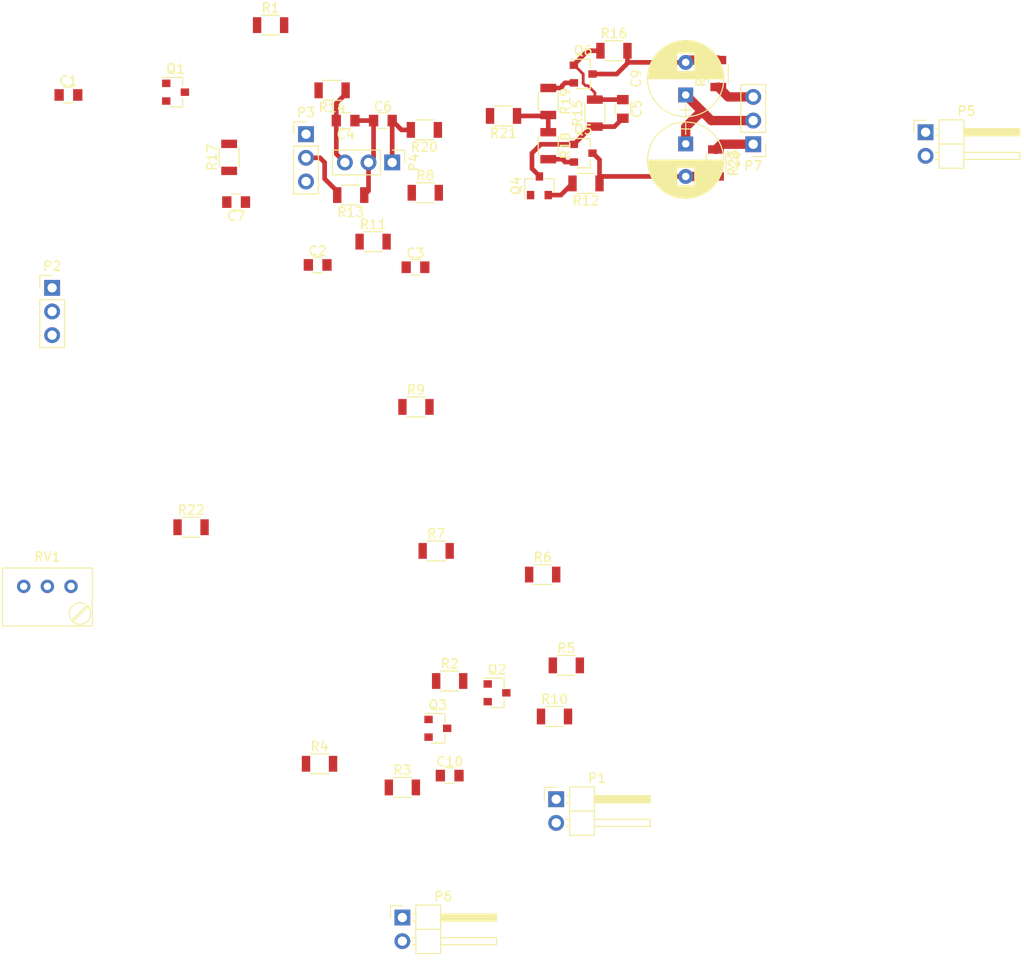
<source format=kicad_pcb>
(kicad_pcb (version 4) (host pcbnew 4.0.6)

  (general
    (links 75)
    (no_connects 69)
    (area 0 0 0 0)
    (thickness 1.6)
    (drawings 0)
    (tracks 79)
    (zones 0)
    (modules 48)
    (nets 33)
  )

  (page A4)
  (layers
    (0 F.Cu signal)
    (31 B.Cu signal)
    (32 B.Adhes user)
    (33 F.Adhes user)
    (34 B.Paste user)
    (35 F.Paste user)
    (36 B.SilkS user)
    (37 F.SilkS user)
    (38 B.Mask user)
    (39 F.Mask user)
    (40 Dwgs.User user)
    (41 Cmts.User user)
    (42 Eco1.User user)
    (43 Eco2.User user)
    (44 Edge.Cuts user)
    (45 Margin user)
    (46 B.CrtYd user)
    (47 F.CrtYd user)
    (48 B.Fab user)
    (49 F.Fab user)
  )

  (setup
    (last_trace_width 0.5)
    (user_trace_width 0.3)
    (user_trace_width 0.4)
    (user_trace_width 0.5)
    (user_trace_width 0.6)
    (user_trace_width 0.7)
    (user_trace_width 0.8)
    (user_trace_width 0.9)
    (user_trace_width 1)
    (trace_clearance 0.2)
    (zone_clearance 0.508)
    (zone_45_only no)
    (trace_min 0.2)
    (segment_width 0.2)
    (edge_width 0.15)
    (via_size 0.6)
    (via_drill 0.4)
    (via_min_size 0.4)
    (via_min_drill 0.3)
    (uvia_size 0.3)
    (uvia_drill 0.1)
    (uvias_allowed no)
    (uvia_min_size 0.2)
    (uvia_min_drill 0.1)
    (pcb_text_width 0.3)
    (pcb_text_size 1.5 1.5)
    (mod_edge_width 0.15)
    (mod_text_size 1 1)
    (mod_text_width 0.15)
    (pad_size 1.524 1.524)
    (pad_drill 0.762)
    (pad_to_mask_clearance 0.2)
    (aux_axis_origin 0 0)
    (visible_elements FFFFFF7F)
    (pcbplotparams
      (layerselection 0x00030_80000001)
      (usegerberextensions false)
      (excludeedgelayer true)
      (linewidth 0.100000)
      (plotframeref false)
      (viasonmask false)
      (mode 1)
      (useauxorigin false)
      (hpglpennumber 1)
      (hpglpenspeed 20)
      (hpglpendiameter 15)
      (hpglpenoverlay 2)
      (psnegative false)
      (psa4output false)
      (plotreference true)
      (plotvalue true)
      (plotinvisibletext false)
      (padsonsilk false)
      (subtractmaskfromsilk false)
      (outputformat 1)
      (mirror false)
      (drillshape 1)
      (scaleselection 1)
      (outputdirectory ""))
  )

  (net 0 "")
  (net 1 "Net-(C1-Pad1)")
  (net 2 "Net-(C1-Pad2)")
  (net 3 "Net-(C2-Pad1)")
  (net 4 "Net-(C2-Pad2)")
  (net 5 "Net-(C3-Pad1)")
  (net 6 GNDREF)
  (net 7 "Net-(C4-Pad1)")
  (net 8 "Net-(C4-Pad2)")
  (net 9 "Net-(C5-Pad1)")
  (net 10 "Net-(C5-Pad2)")
  (net 11 "Net-(C6-Pad2)")
  (net 12 "Net-(C7-Pad1)")
  (net 13 "Net-(C7-Pad2)")
  (net 14 "Net-(C8-Pad2)")
  (net 15 "Net-(C9-Pad2)")
  (net 16 "Net-(C10-Pad1)")
  (net 17 "Net-(C10-Pad2)")
  (net 18 "Net-(P2-Pad1)")
  (net 19 "Net-(P2-Pad3)")
  (net 20 "Net-(P3-Pad1)")
  (net 21 "Net-(P3-Pad3)")
  (net 22 "Net-(P7-Pad1)")
  (net 23 "Net-(P7-Pad3)")
  (net 24 "Net-(Q1-Pad2)")
  (net 25 "Net-(Q1-Pad3)")
  (net 26 "Net-(Q2-Pad2)")
  (net 27 "Net-(Q2-Pad3)")
  (net 28 "Net-(Q3-Pad2)")
  (net 29 "Net-(Q3-Pad3)")
  (net 30 "Net-(Q5-Pad2)")
  (net 31 "Net-(Q6-Pad2)")
  (net 32 "Net-(R5-Pad1)")

  (net_class Default "Это класс цепей по умолчанию."
    (clearance 0.2)
    (trace_width 0.25)
    (via_dia 0.6)
    (via_drill 0.4)
    (uvia_dia 0.3)
    (uvia_drill 0.1)
    (add_net GNDREF)
    (add_net "Net-(C1-Pad1)")
    (add_net "Net-(C1-Pad2)")
    (add_net "Net-(C10-Pad1)")
    (add_net "Net-(C10-Pad2)")
    (add_net "Net-(C2-Pad1)")
    (add_net "Net-(C2-Pad2)")
    (add_net "Net-(C3-Pad1)")
    (add_net "Net-(C4-Pad1)")
    (add_net "Net-(C4-Pad2)")
    (add_net "Net-(C5-Pad1)")
    (add_net "Net-(C5-Pad2)")
    (add_net "Net-(C6-Pad2)")
    (add_net "Net-(C7-Pad1)")
    (add_net "Net-(C7-Pad2)")
    (add_net "Net-(C8-Pad2)")
    (add_net "Net-(C9-Pad2)")
    (add_net "Net-(P2-Pad1)")
    (add_net "Net-(P2-Pad3)")
    (add_net "Net-(P3-Pad1)")
    (add_net "Net-(P3-Pad3)")
    (add_net "Net-(P7-Pad1)")
    (add_net "Net-(P7-Pad3)")
    (add_net "Net-(Q1-Pad2)")
    (add_net "Net-(Q1-Pad3)")
    (add_net "Net-(Q2-Pad2)")
    (add_net "Net-(Q2-Pad3)")
    (add_net "Net-(Q3-Pad2)")
    (add_net "Net-(Q3-Pad3)")
    (add_net "Net-(Q5-Pad2)")
    (add_net "Net-(Q6-Pad2)")
    (add_net "Net-(R5-Pad1)")
  )

  (module Capacitors_SMD:C_0805 (layer F.Cu) (tedit 58AA8463) (tstamp 599C6F6B)
    (at 112.75 43.75)
    (descr "Capacitor SMD 0805, reflow soldering, AVX (see smccp.pdf)")
    (tags "capacitor 0805")
    (path /599AF92F)
    (attr smd)
    (fp_text reference C1 (at 0 -1.5) (layer F.SilkS)
      (effects (font (size 1 1) (thickness 0.15)))
    )
    (fp_text value C (at 0 1.75) (layer F.Fab)
      (effects (font (size 1 1) (thickness 0.15)))
    )
    (fp_text user %R (at 0 -1.5) (layer F.Fab)
      (effects (font (size 1 1) (thickness 0.15)))
    )
    (fp_line (start -1 0.62) (end -1 -0.62) (layer F.Fab) (width 0.1))
    (fp_line (start 1 0.62) (end -1 0.62) (layer F.Fab) (width 0.1))
    (fp_line (start 1 -0.62) (end 1 0.62) (layer F.Fab) (width 0.1))
    (fp_line (start -1 -0.62) (end 1 -0.62) (layer F.Fab) (width 0.1))
    (fp_line (start 0.5 -0.85) (end -0.5 -0.85) (layer F.SilkS) (width 0.12))
    (fp_line (start -0.5 0.85) (end 0.5 0.85) (layer F.SilkS) (width 0.12))
    (fp_line (start -1.75 -0.88) (end 1.75 -0.88) (layer F.CrtYd) (width 0.05))
    (fp_line (start -1.75 -0.88) (end -1.75 0.87) (layer F.CrtYd) (width 0.05))
    (fp_line (start 1.75 0.87) (end 1.75 -0.88) (layer F.CrtYd) (width 0.05))
    (fp_line (start 1.75 0.87) (end -1.75 0.87) (layer F.CrtYd) (width 0.05))
    (pad 1 smd rect (at -1 0) (size 1 1.25) (layers F.Cu F.Paste F.Mask)
      (net 1 "Net-(C1-Pad1)"))
    (pad 2 smd rect (at 1 0) (size 1 1.25) (layers F.Cu F.Paste F.Mask)
      (net 2 "Net-(C1-Pad2)"))
    (model Capacitors_SMD.3dshapes/C_0805.wrl
      (at (xyz 0 0 0))
      (scale (xyz 1 1 1))
      (rotate (xyz 0 0 0))
    )
  )

  (module Capacitors_SMD:C_0805 (layer F.Cu) (tedit 58AA8463) (tstamp 599C6F71)
    (at 139.5 62)
    (descr "Capacitor SMD 0805, reflow soldering, AVX (see smccp.pdf)")
    (tags "capacitor 0805")
    (path /599B1310)
    (attr smd)
    (fp_text reference C2 (at 0 -1.5) (layer F.SilkS)
      (effects (font (size 1 1) (thickness 0.15)))
    )
    (fp_text value C (at 0 1.75) (layer F.Fab)
      (effects (font (size 1 1) (thickness 0.15)))
    )
    (fp_text user %R (at 0 -1.5) (layer F.Fab)
      (effects (font (size 1 1) (thickness 0.15)))
    )
    (fp_line (start -1 0.62) (end -1 -0.62) (layer F.Fab) (width 0.1))
    (fp_line (start 1 0.62) (end -1 0.62) (layer F.Fab) (width 0.1))
    (fp_line (start 1 -0.62) (end 1 0.62) (layer F.Fab) (width 0.1))
    (fp_line (start -1 -0.62) (end 1 -0.62) (layer F.Fab) (width 0.1))
    (fp_line (start 0.5 -0.85) (end -0.5 -0.85) (layer F.SilkS) (width 0.12))
    (fp_line (start -0.5 0.85) (end 0.5 0.85) (layer F.SilkS) (width 0.12))
    (fp_line (start -1.75 -0.88) (end 1.75 -0.88) (layer F.CrtYd) (width 0.05))
    (fp_line (start -1.75 -0.88) (end -1.75 0.87) (layer F.CrtYd) (width 0.05))
    (fp_line (start 1.75 0.87) (end 1.75 -0.88) (layer F.CrtYd) (width 0.05))
    (fp_line (start 1.75 0.87) (end -1.75 0.87) (layer F.CrtYd) (width 0.05))
    (pad 1 smd rect (at -1 0) (size 1 1.25) (layers F.Cu F.Paste F.Mask)
      (net 3 "Net-(C2-Pad1)"))
    (pad 2 smd rect (at 1 0) (size 1 1.25) (layers F.Cu F.Paste F.Mask)
      (net 4 "Net-(C2-Pad2)"))
    (model Capacitors_SMD.3dshapes/C_0805.wrl
      (at (xyz 0 0 0))
      (scale (xyz 1 1 1))
      (rotate (xyz 0 0 0))
    )
  )

  (module Capacitors_SMD:C_0805 (layer F.Cu) (tedit 58AA8463) (tstamp 599C6F77)
    (at 150 62.25)
    (descr "Capacitor SMD 0805, reflow soldering, AVX (see smccp.pdf)")
    (tags "capacitor 0805")
    (path /599B28C3)
    (attr smd)
    (fp_text reference C3 (at 0 -1.5) (layer F.SilkS)
      (effects (font (size 1 1) (thickness 0.15)))
    )
    (fp_text value C (at 0 1.75) (layer F.Fab)
      (effects (font (size 1 1) (thickness 0.15)))
    )
    (fp_text user %R (at 0 -1.5) (layer F.Fab)
      (effects (font (size 1 1) (thickness 0.15)))
    )
    (fp_line (start -1 0.62) (end -1 -0.62) (layer F.Fab) (width 0.1))
    (fp_line (start 1 0.62) (end -1 0.62) (layer F.Fab) (width 0.1))
    (fp_line (start 1 -0.62) (end 1 0.62) (layer F.Fab) (width 0.1))
    (fp_line (start -1 -0.62) (end 1 -0.62) (layer F.Fab) (width 0.1))
    (fp_line (start 0.5 -0.85) (end -0.5 -0.85) (layer F.SilkS) (width 0.12))
    (fp_line (start -0.5 0.85) (end 0.5 0.85) (layer F.SilkS) (width 0.12))
    (fp_line (start -1.75 -0.88) (end 1.75 -0.88) (layer F.CrtYd) (width 0.05))
    (fp_line (start -1.75 -0.88) (end -1.75 0.87) (layer F.CrtYd) (width 0.05))
    (fp_line (start 1.75 0.87) (end 1.75 -0.88) (layer F.CrtYd) (width 0.05))
    (fp_line (start 1.75 0.87) (end -1.75 0.87) (layer F.CrtYd) (width 0.05))
    (pad 1 smd rect (at -1 0) (size 1 1.25) (layers F.Cu F.Paste F.Mask)
      (net 5 "Net-(C3-Pad1)"))
    (pad 2 smd rect (at 1 0) (size 1 1.25) (layers F.Cu F.Paste F.Mask)
      (net 6 GNDREF))
    (model Capacitors_SMD.3dshapes/C_0805.wrl
      (at (xyz 0 0 0))
      (scale (xyz 1 1 1))
      (rotate (xyz 0 0 0))
    )
  )

  (module Capacitors_SMD:C_0805 (layer F.Cu) (tedit 58AA8463) (tstamp 599C6F7D)
    (at 142.5 46.5 180)
    (descr "Capacitor SMD 0805, reflow soldering, AVX (see smccp.pdf)")
    (tags "capacitor 0805")
    (path /599B3C74)
    (attr smd)
    (fp_text reference C4 (at 0 -1.5 180) (layer F.SilkS)
      (effects (font (size 1 1) (thickness 0.15)))
    )
    (fp_text value C (at 0 1.75 180) (layer F.Fab)
      (effects (font (size 1 1) (thickness 0.15)))
    )
    (fp_text user %R (at 0 -1.5 180) (layer F.Fab)
      (effects (font (size 1 1) (thickness 0.15)))
    )
    (fp_line (start -1 0.62) (end -1 -0.62) (layer F.Fab) (width 0.1))
    (fp_line (start 1 0.62) (end -1 0.62) (layer F.Fab) (width 0.1))
    (fp_line (start 1 -0.62) (end 1 0.62) (layer F.Fab) (width 0.1))
    (fp_line (start -1 -0.62) (end 1 -0.62) (layer F.Fab) (width 0.1))
    (fp_line (start 0.5 -0.85) (end -0.5 -0.85) (layer F.SilkS) (width 0.12))
    (fp_line (start -0.5 0.85) (end 0.5 0.85) (layer F.SilkS) (width 0.12))
    (fp_line (start -1.75 -0.88) (end 1.75 -0.88) (layer F.CrtYd) (width 0.05))
    (fp_line (start -1.75 -0.88) (end -1.75 0.87) (layer F.CrtYd) (width 0.05))
    (fp_line (start 1.75 0.87) (end 1.75 -0.88) (layer F.CrtYd) (width 0.05))
    (fp_line (start 1.75 0.87) (end -1.75 0.87) (layer F.CrtYd) (width 0.05))
    (pad 1 smd rect (at -1 0 180) (size 1 1.25) (layers F.Cu F.Paste F.Mask)
      (net 7 "Net-(C4-Pad1)"))
    (pad 2 smd rect (at 1 0 180) (size 1 1.25) (layers F.Cu F.Paste F.Mask)
      (net 8 "Net-(C4-Pad2)"))
    (model Capacitors_SMD.3dshapes/C_0805.wrl
      (at (xyz 0 0 0))
      (scale (xyz 1 1 1))
      (rotate (xyz 0 0 0))
    )
  )

  (module Capacitors_SMD:C_0805 (layer F.Cu) (tedit 58AA8463) (tstamp 599C6F83)
    (at 172.25 45.25 270)
    (descr "Capacitor SMD 0805, reflow soldering, AVX (see smccp.pdf)")
    (tags "capacitor 0805")
    (path /599B03FC)
    (attr smd)
    (fp_text reference C5 (at 0 -1.5 270) (layer F.SilkS)
      (effects (font (size 1 1) (thickness 0.15)))
    )
    (fp_text value C (at 0 1.75 270) (layer F.Fab)
      (effects (font (size 1 1) (thickness 0.15)))
    )
    (fp_text user %R (at 0 -1.5 270) (layer F.Fab)
      (effects (font (size 1 1) (thickness 0.15)))
    )
    (fp_line (start -1 0.62) (end -1 -0.62) (layer F.Fab) (width 0.1))
    (fp_line (start 1 0.62) (end -1 0.62) (layer F.Fab) (width 0.1))
    (fp_line (start 1 -0.62) (end 1 0.62) (layer F.Fab) (width 0.1))
    (fp_line (start -1 -0.62) (end 1 -0.62) (layer F.Fab) (width 0.1))
    (fp_line (start 0.5 -0.85) (end -0.5 -0.85) (layer F.SilkS) (width 0.12))
    (fp_line (start -0.5 0.85) (end 0.5 0.85) (layer F.SilkS) (width 0.12))
    (fp_line (start -1.75 -0.88) (end 1.75 -0.88) (layer F.CrtYd) (width 0.05))
    (fp_line (start -1.75 -0.88) (end -1.75 0.87) (layer F.CrtYd) (width 0.05))
    (fp_line (start 1.75 0.87) (end 1.75 -0.88) (layer F.CrtYd) (width 0.05))
    (fp_line (start 1.75 0.87) (end -1.75 0.87) (layer F.CrtYd) (width 0.05))
    (pad 1 smd rect (at -1 0 270) (size 1 1.25) (layers F.Cu F.Paste F.Mask)
      (net 9 "Net-(C5-Pad1)"))
    (pad 2 smd rect (at 1 0 270) (size 1 1.25) (layers F.Cu F.Paste F.Mask)
      (net 10 "Net-(C5-Pad2)"))
    (model Capacitors_SMD.3dshapes/C_0805.wrl
      (at (xyz 0 0 0))
      (scale (xyz 1 1 1))
      (rotate (xyz 0 0 0))
    )
  )

  (module Capacitors_SMD:C_0805 (layer F.Cu) (tedit 58AA8463) (tstamp 599C6F89)
    (at 146.5 46.5)
    (descr "Capacitor SMD 0805, reflow soldering, AVX (see smccp.pdf)")
    (tags "capacitor 0805")
    (path /599B3AC5)
    (attr smd)
    (fp_text reference C6 (at 0 -1.5) (layer F.SilkS)
      (effects (font (size 1 1) (thickness 0.15)))
    )
    (fp_text value C (at 0 1.75) (layer F.Fab)
      (effects (font (size 1 1) (thickness 0.15)))
    )
    (fp_text user %R (at 0 -1.5) (layer F.Fab)
      (effects (font (size 1 1) (thickness 0.15)))
    )
    (fp_line (start -1 0.62) (end -1 -0.62) (layer F.Fab) (width 0.1))
    (fp_line (start 1 0.62) (end -1 0.62) (layer F.Fab) (width 0.1))
    (fp_line (start 1 -0.62) (end 1 0.62) (layer F.Fab) (width 0.1))
    (fp_line (start -1 -0.62) (end 1 -0.62) (layer F.Fab) (width 0.1))
    (fp_line (start 0.5 -0.85) (end -0.5 -0.85) (layer F.SilkS) (width 0.12))
    (fp_line (start -0.5 0.85) (end 0.5 0.85) (layer F.SilkS) (width 0.12))
    (fp_line (start -1.75 -0.88) (end 1.75 -0.88) (layer F.CrtYd) (width 0.05))
    (fp_line (start -1.75 -0.88) (end -1.75 0.87) (layer F.CrtYd) (width 0.05))
    (fp_line (start 1.75 0.87) (end 1.75 -0.88) (layer F.CrtYd) (width 0.05))
    (fp_line (start 1.75 0.87) (end -1.75 0.87) (layer F.CrtYd) (width 0.05))
    (pad 1 smd rect (at -1 0) (size 1 1.25) (layers F.Cu F.Paste F.Mask)
      (net 7 "Net-(C4-Pad1)"))
    (pad 2 smd rect (at 1 0) (size 1 1.25) (layers F.Cu F.Paste F.Mask)
      (net 11 "Net-(C6-Pad2)"))
    (model Capacitors_SMD.3dshapes/C_0805.wrl
      (at (xyz 0 0 0))
      (scale (xyz 1 1 1))
      (rotate (xyz 0 0 0))
    )
  )

  (module Capacitors_SMD:C_0805 (layer F.Cu) (tedit 58AA8463) (tstamp 599C6F8F)
    (at 130.75 55.25 180)
    (descr "Capacitor SMD 0805, reflow soldering, AVX (see smccp.pdf)")
    (tags "capacitor 0805")
    (path /599B2F59)
    (attr smd)
    (fp_text reference C7 (at 0 -1.5 180) (layer F.SilkS)
      (effects (font (size 1 1) (thickness 0.15)))
    )
    (fp_text value C (at 0 1.75 180) (layer F.Fab)
      (effects (font (size 1 1) (thickness 0.15)))
    )
    (fp_text user %R (at 0 -1.5 180) (layer F.Fab)
      (effects (font (size 1 1) (thickness 0.15)))
    )
    (fp_line (start -1 0.62) (end -1 -0.62) (layer F.Fab) (width 0.1))
    (fp_line (start 1 0.62) (end -1 0.62) (layer F.Fab) (width 0.1))
    (fp_line (start 1 -0.62) (end 1 0.62) (layer F.Fab) (width 0.1))
    (fp_line (start -1 -0.62) (end 1 -0.62) (layer F.Fab) (width 0.1))
    (fp_line (start 0.5 -0.85) (end -0.5 -0.85) (layer F.SilkS) (width 0.12))
    (fp_line (start -0.5 0.85) (end 0.5 0.85) (layer F.SilkS) (width 0.12))
    (fp_line (start -1.75 -0.88) (end 1.75 -0.88) (layer F.CrtYd) (width 0.05))
    (fp_line (start -1.75 -0.88) (end -1.75 0.87) (layer F.CrtYd) (width 0.05))
    (fp_line (start 1.75 0.87) (end 1.75 -0.88) (layer F.CrtYd) (width 0.05))
    (fp_line (start 1.75 0.87) (end -1.75 0.87) (layer F.CrtYd) (width 0.05))
    (pad 1 smd rect (at -1 0 180) (size 1 1.25) (layers F.Cu F.Paste F.Mask)
      (net 12 "Net-(C7-Pad1)"))
    (pad 2 smd rect (at 1 0 180) (size 1 1.25) (layers F.Cu F.Paste F.Mask)
      (net 13 "Net-(C7-Pad2)"))
    (model Capacitors_SMD.3dshapes/C_0805.wrl
      (at (xyz 0 0 0))
      (scale (xyz 1 1 1))
      (rotate (xyz 0 0 0))
    )
  )

  (module Capacitors_THT:CP_Radial_D8.0mm_P3.50mm (layer F.Cu) (tedit 597BC7C2) (tstamp 599C6F95)
    (at 179 49 270)
    (descr "CP, Radial series, Radial, pin pitch=3.50mm, , diameter=8mm, Electrolytic Capacitor")
    (tags "CP Radial series Radial pin pitch 3.50mm  diameter 8mm Electrolytic Capacitor")
    (path /599B4C98)
    (fp_text reference C8 (at 1.75 -5.31 270) (layer F.SilkS)
      (effects (font (size 1 1) (thickness 0.15)))
    )
    (fp_text value C (at 1.75 5.31 270) (layer F.Fab)
      (effects (font (size 1 1) (thickness 0.15)))
    )
    (fp_circle (center 1.75 0) (end 5.75 0) (layer F.Fab) (width 0.1))
    (fp_circle (center 1.75 0) (end 5.84 0) (layer F.SilkS) (width 0.12))
    (fp_line (start -2.2 0) (end -1 0) (layer F.Fab) (width 0.1))
    (fp_line (start -1.6 -0.65) (end -1.6 0.65) (layer F.Fab) (width 0.1))
    (fp_line (start 1.75 -4.05) (end 1.75 4.05) (layer F.SilkS) (width 0.12))
    (fp_line (start 1.79 -4.05) (end 1.79 4.05) (layer F.SilkS) (width 0.12))
    (fp_line (start 1.83 -4.05) (end 1.83 4.05) (layer F.SilkS) (width 0.12))
    (fp_line (start 1.87 -4.049) (end 1.87 4.049) (layer F.SilkS) (width 0.12))
    (fp_line (start 1.91 -4.047) (end 1.91 4.047) (layer F.SilkS) (width 0.12))
    (fp_line (start 1.95 -4.046) (end 1.95 4.046) (layer F.SilkS) (width 0.12))
    (fp_line (start 1.99 -4.043) (end 1.99 4.043) (layer F.SilkS) (width 0.12))
    (fp_line (start 2.03 -4.041) (end 2.03 4.041) (layer F.SilkS) (width 0.12))
    (fp_line (start 2.07 -4.038) (end 2.07 4.038) (layer F.SilkS) (width 0.12))
    (fp_line (start 2.11 -4.035) (end 2.11 4.035) (layer F.SilkS) (width 0.12))
    (fp_line (start 2.15 -4.031) (end 2.15 4.031) (layer F.SilkS) (width 0.12))
    (fp_line (start 2.19 -4.027) (end 2.19 4.027) (layer F.SilkS) (width 0.12))
    (fp_line (start 2.23 -4.022) (end 2.23 4.022) (layer F.SilkS) (width 0.12))
    (fp_line (start 2.27 -4.017) (end 2.27 4.017) (layer F.SilkS) (width 0.12))
    (fp_line (start 2.31 -4.012) (end 2.31 4.012) (layer F.SilkS) (width 0.12))
    (fp_line (start 2.35 -4.006) (end 2.35 4.006) (layer F.SilkS) (width 0.12))
    (fp_line (start 2.39 -4) (end 2.39 4) (layer F.SilkS) (width 0.12))
    (fp_line (start 2.43 -3.994) (end 2.43 3.994) (layer F.SilkS) (width 0.12))
    (fp_line (start 2.471 -3.987) (end 2.471 3.987) (layer F.SilkS) (width 0.12))
    (fp_line (start 2.511 -3.979) (end 2.511 3.979) (layer F.SilkS) (width 0.12))
    (fp_line (start 2.551 -3.971) (end 2.551 -0.98) (layer F.SilkS) (width 0.12))
    (fp_line (start 2.551 0.98) (end 2.551 3.971) (layer F.SilkS) (width 0.12))
    (fp_line (start 2.591 -3.963) (end 2.591 -0.98) (layer F.SilkS) (width 0.12))
    (fp_line (start 2.591 0.98) (end 2.591 3.963) (layer F.SilkS) (width 0.12))
    (fp_line (start 2.631 -3.955) (end 2.631 -0.98) (layer F.SilkS) (width 0.12))
    (fp_line (start 2.631 0.98) (end 2.631 3.955) (layer F.SilkS) (width 0.12))
    (fp_line (start 2.671 -3.946) (end 2.671 -0.98) (layer F.SilkS) (width 0.12))
    (fp_line (start 2.671 0.98) (end 2.671 3.946) (layer F.SilkS) (width 0.12))
    (fp_line (start 2.711 -3.936) (end 2.711 -0.98) (layer F.SilkS) (width 0.12))
    (fp_line (start 2.711 0.98) (end 2.711 3.936) (layer F.SilkS) (width 0.12))
    (fp_line (start 2.751 -3.926) (end 2.751 -0.98) (layer F.SilkS) (width 0.12))
    (fp_line (start 2.751 0.98) (end 2.751 3.926) (layer F.SilkS) (width 0.12))
    (fp_line (start 2.791 -3.916) (end 2.791 -0.98) (layer F.SilkS) (width 0.12))
    (fp_line (start 2.791 0.98) (end 2.791 3.916) (layer F.SilkS) (width 0.12))
    (fp_line (start 2.831 -3.905) (end 2.831 -0.98) (layer F.SilkS) (width 0.12))
    (fp_line (start 2.831 0.98) (end 2.831 3.905) (layer F.SilkS) (width 0.12))
    (fp_line (start 2.871 -3.894) (end 2.871 -0.98) (layer F.SilkS) (width 0.12))
    (fp_line (start 2.871 0.98) (end 2.871 3.894) (layer F.SilkS) (width 0.12))
    (fp_line (start 2.911 -3.883) (end 2.911 -0.98) (layer F.SilkS) (width 0.12))
    (fp_line (start 2.911 0.98) (end 2.911 3.883) (layer F.SilkS) (width 0.12))
    (fp_line (start 2.951 -3.87) (end 2.951 -0.98) (layer F.SilkS) (width 0.12))
    (fp_line (start 2.951 0.98) (end 2.951 3.87) (layer F.SilkS) (width 0.12))
    (fp_line (start 2.991 -3.858) (end 2.991 -0.98) (layer F.SilkS) (width 0.12))
    (fp_line (start 2.991 0.98) (end 2.991 3.858) (layer F.SilkS) (width 0.12))
    (fp_line (start 3.031 -3.845) (end 3.031 -0.98) (layer F.SilkS) (width 0.12))
    (fp_line (start 3.031 0.98) (end 3.031 3.845) (layer F.SilkS) (width 0.12))
    (fp_line (start 3.071 -3.832) (end 3.071 -0.98) (layer F.SilkS) (width 0.12))
    (fp_line (start 3.071 0.98) (end 3.071 3.832) (layer F.SilkS) (width 0.12))
    (fp_line (start 3.111 -3.818) (end 3.111 -0.98) (layer F.SilkS) (width 0.12))
    (fp_line (start 3.111 0.98) (end 3.111 3.818) (layer F.SilkS) (width 0.12))
    (fp_line (start 3.151 -3.803) (end 3.151 -0.98) (layer F.SilkS) (width 0.12))
    (fp_line (start 3.151 0.98) (end 3.151 3.803) (layer F.SilkS) (width 0.12))
    (fp_line (start 3.191 -3.789) (end 3.191 -0.98) (layer F.SilkS) (width 0.12))
    (fp_line (start 3.191 0.98) (end 3.191 3.789) (layer F.SilkS) (width 0.12))
    (fp_line (start 3.231 -3.773) (end 3.231 -0.98) (layer F.SilkS) (width 0.12))
    (fp_line (start 3.231 0.98) (end 3.231 3.773) (layer F.SilkS) (width 0.12))
    (fp_line (start 3.271 -3.758) (end 3.271 -0.98) (layer F.SilkS) (width 0.12))
    (fp_line (start 3.271 0.98) (end 3.271 3.758) (layer F.SilkS) (width 0.12))
    (fp_line (start 3.311 -3.741) (end 3.311 -0.98) (layer F.SilkS) (width 0.12))
    (fp_line (start 3.311 0.98) (end 3.311 3.741) (layer F.SilkS) (width 0.12))
    (fp_line (start 3.351 -3.725) (end 3.351 -0.98) (layer F.SilkS) (width 0.12))
    (fp_line (start 3.351 0.98) (end 3.351 3.725) (layer F.SilkS) (width 0.12))
    (fp_line (start 3.391 -3.707) (end 3.391 -0.98) (layer F.SilkS) (width 0.12))
    (fp_line (start 3.391 0.98) (end 3.391 3.707) (layer F.SilkS) (width 0.12))
    (fp_line (start 3.431 -3.69) (end 3.431 -0.98) (layer F.SilkS) (width 0.12))
    (fp_line (start 3.431 0.98) (end 3.431 3.69) (layer F.SilkS) (width 0.12))
    (fp_line (start 3.471 -3.671) (end 3.471 -0.98) (layer F.SilkS) (width 0.12))
    (fp_line (start 3.471 0.98) (end 3.471 3.671) (layer F.SilkS) (width 0.12))
    (fp_line (start 3.511 -3.652) (end 3.511 -0.98) (layer F.SilkS) (width 0.12))
    (fp_line (start 3.511 0.98) (end 3.511 3.652) (layer F.SilkS) (width 0.12))
    (fp_line (start 3.551 -3.633) (end 3.551 -0.98) (layer F.SilkS) (width 0.12))
    (fp_line (start 3.551 0.98) (end 3.551 3.633) (layer F.SilkS) (width 0.12))
    (fp_line (start 3.591 -3.613) (end 3.591 -0.98) (layer F.SilkS) (width 0.12))
    (fp_line (start 3.591 0.98) (end 3.591 3.613) (layer F.SilkS) (width 0.12))
    (fp_line (start 3.631 -3.593) (end 3.631 -0.98) (layer F.SilkS) (width 0.12))
    (fp_line (start 3.631 0.98) (end 3.631 3.593) (layer F.SilkS) (width 0.12))
    (fp_line (start 3.671 -3.572) (end 3.671 -0.98) (layer F.SilkS) (width 0.12))
    (fp_line (start 3.671 0.98) (end 3.671 3.572) (layer F.SilkS) (width 0.12))
    (fp_line (start 3.711 -3.55) (end 3.711 -0.98) (layer F.SilkS) (width 0.12))
    (fp_line (start 3.711 0.98) (end 3.711 3.55) (layer F.SilkS) (width 0.12))
    (fp_line (start 3.751 -3.528) (end 3.751 -0.98) (layer F.SilkS) (width 0.12))
    (fp_line (start 3.751 0.98) (end 3.751 3.528) (layer F.SilkS) (width 0.12))
    (fp_line (start 3.791 -3.505) (end 3.791 -0.98) (layer F.SilkS) (width 0.12))
    (fp_line (start 3.791 0.98) (end 3.791 3.505) (layer F.SilkS) (width 0.12))
    (fp_line (start 3.831 -3.482) (end 3.831 -0.98) (layer F.SilkS) (width 0.12))
    (fp_line (start 3.831 0.98) (end 3.831 3.482) (layer F.SilkS) (width 0.12))
    (fp_line (start 3.871 -3.458) (end 3.871 -0.98) (layer F.SilkS) (width 0.12))
    (fp_line (start 3.871 0.98) (end 3.871 3.458) (layer F.SilkS) (width 0.12))
    (fp_line (start 3.911 -3.434) (end 3.911 -0.98) (layer F.SilkS) (width 0.12))
    (fp_line (start 3.911 0.98) (end 3.911 3.434) (layer F.SilkS) (width 0.12))
    (fp_line (start 3.951 -3.408) (end 3.951 -0.98) (layer F.SilkS) (width 0.12))
    (fp_line (start 3.951 0.98) (end 3.951 3.408) (layer F.SilkS) (width 0.12))
    (fp_line (start 3.991 -3.383) (end 3.991 -0.98) (layer F.SilkS) (width 0.12))
    (fp_line (start 3.991 0.98) (end 3.991 3.383) (layer F.SilkS) (width 0.12))
    (fp_line (start 4.031 -3.356) (end 4.031 -0.98) (layer F.SilkS) (width 0.12))
    (fp_line (start 4.031 0.98) (end 4.031 3.356) (layer F.SilkS) (width 0.12))
    (fp_line (start 4.071 -3.329) (end 4.071 -0.98) (layer F.SilkS) (width 0.12))
    (fp_line (start 4.071 0.98) (end 4.071 3.329) (layer F.SilkS) (width 0.12))
    (fp_line (start 4.111 -3.301) (end 4.111 -0.98) (layer F.SilkS) (width 0.12))
    (fp_line (start 4.111 0.98) (end 4.111 3.301) (layer F.SilkS) (width 0.12))
    (fp_line (start 4.151 -3.272) (end 4.151 -0.98) (layer F.SilkS) (width 0.12))
    (fp_line (start 4.151 0.98) (end 4.151 3.272) (layer F.SilkS) (width 0.12))
    (fp_line (start 4.191 -3.243) (end 4.191 -0.98) (layer F.SilkS) (width 0.12))
    (fp_line (start 4.191 0.98) (end 4.191 3.243) (layer F.SilkS) (width 0.12))
    (fp_line (start 4.231 -3.213) (end 4.231 -0.98) (layer F.SilkS) (width 0.12))
    (fp_line (start 4.231 0.98) (end 4.231 3.213) (layer F.SilkS) (width 0.12))
    (fp_line (start 4.271 -3.182) (end 4.271 -0.98) (layer F.SilkS) (width 0.12))
    (fp_line (start 4.271 0.98) (end 4.271 3.182) (layer F.SilkS) (width 0.12))
    (fp_line (start 4.311 -3.15) (end 4.311 -0.98) (layer F.SilkS) (width 0.12))
    (fp_line (start 4.311 0.98) (end 4.311 3.15) (layer F.SilkS) (width 0.12))
    (fp_line (start 4.351 -3.118) (end 4.351 -0.98) (layer F.SilkS) (width 0.12))
    (fp_line (start 4.351 0.98) (end 4.351 3.118) (layer F.SilkS) (width 0.12))
    (fp_line (start 4.391 -3.084) (end 4.391 -0.98) (layer F.SilkS) (width 0.12))
    (fp_line (start 4.391 0.98) (end 4.391 3.084) (layer F.SilkS) (width 0.12))
    (fp_line (start 4.431 -3.05) (end 4.431 -0.98) (layer F.SilkS) (width 0.12))
    (fp_line (start 4.431 0.98) (end 4.431 3.05) (layer F.SilkS) (width 0.12))
    (fp_line (start 4.471 -3.015) (end 4.471 -0.98) (layer F.SilkS) (width 0.12))
    (fp_line (start 4.471 0.98) (end 4.471 3.015) (layer F.SilkS) (width 0.12))
    (fp_line (start 4.511 -2.979) (end 4.511 2.979) (layer F.SilkS) (width 0.12))
    (fp_line (start 4.551 -2.942) (end 4.551 2.942) (layer F.SilkS) (width 0.12))
    (fp_line (start 4.591 -2.904) (end 4.591 2.904) (layer F.SilkS) (width 0.12))
    (fp_line (start 4.631 -2.865) (end 4.631 2.865) (layer F.SilkS) (width 0.12))
    (fp_line (start 4.671 -2.824) (end 4.671 2.824) (layer F.SilkS) (width 0.12))
    (fp_line (start 4.711 -2.783) (end 4.711 2.783) (layer F.SilkS) (width 0.12))
    (fp_line (start 4.751 -2.74) (end 4.751 2.74) (layer F.SilkS) (width 0.12))
    (fp_line (start 4.791 -2.697) (end 4.791 2.697) (layer F.SilkS) (width 0.12))
    (fp_line (start 4.831 -2.652) (end 4.831 2.652) (layer F.SilkS) (width 0.12))
    (fp_line (start 4.871 -2.605) (end 4.871 2.605) (layer F.SilkS) (width 0.12))
    (fp_line (start 4.911 -2.557) (end 4.911 2.557) (layer F.SilkS) (width 0.12))
    (fp_line (start 4.951 -2.508) (end 4.951 2.508) (layer F.SilkS) (width 0.12))
    (fp_line (start 4.991 -2.457) (end 4.991 2.457) (layer F.SilkS) (width 0.12))
    (fp_line (start 5.031 -2.404) (end 5.031 2.404) (layer F.SilkS) (width 0.12))
    (fp_line (start 5.071 -2.349) (end 5.071 2.349) (layer F.SilkS) (width 0.12))
    (fp_line (start 5.111 -2.293) (end 5.111 2.293) (layer F.SilkS) (width 0.12))
    (fp_line (start 5.151 -2.234) (end 5.151 2.234) (layer F.SilkS) (width 0.12))
    (fp_line (start 5.191 -2.173) (end 5.191 2.173) (layer F.SilkS) (width 0.12))
    (fp_line (start 5.231 -2.109) (end 5.231 2.109) (layer F.SilkS) (width 0.12))
    (fp_line (start 5.271 -2.043) (end 5.271 2.043) (layer F.SilkS) (width 0.12))
    (fp_line (start 5.311 -1.974) (end 5.311 1.974) (layer F.SilkS) (width 0.12))
    (fp_line (start 5.351 -1.902) (end 5.351 1.902) (layer F.SilkS) (width 0.12))
    (fp_line (start 5.391 -1.826) (end 5.391 1.826) (layer F.SilkS) (width 0.12))
    (fp_line (start 5.431 -1.745) (end 5.431 1.745) (layer F.SilkS) (width 0.12))
    (fp_line (start 5.471 -1.66) (end 5.471 1.66) (layer F.SilkS) (width 0.12))
    (fp_line (start 5.511 -1.57) (end 5.511 1.57) (layer F.SilkS) (width 0.12))
    (fp_line (start 5.551 -1.473) (end 5.551 1.473) (layer F.SilkS) (width 0.12))
    (fp_line (start 5.591 -1.369) (end 5.591 1.369) (layer F.SilkS) (width 0.12))
    (fp_line (start 5.631 -1.254) (end 5.631 1.254) (layer F.SilkS) (width 0.12))
    (fp_line (start 5.671 -1.127) (end 5.671 1.127) (layer F.SilkS) (width 0.12))
    (fp_line (start 5.711 -0.983) (end 5.711 0.983) (layer F.SilkS) (width 0.12))
    (fp_line (start 5.751 -0.814) (end 5.751 0.814) (layer F.SilkS) (width 0.12))
    (fp_line (start 5.791 -0.598) (end 5.791 0.598) (layer F.SilkS) (width 0.12))
    (fp_line (start 5.831 -0.246) (end 5.831 0.246) (layer F.SilkS) (width 0.12))
    (fp_line (start -2.2 0) (end -1 0) (layer F.SilkS) (width 0.12))
    (fp_line (start -1.6 -0.65) (end -1.6 0.65) (layer F.SilkS) (width 0.12))
    (fp_line (start -2.6 -4.35) (end -2.6 4.35) (layer F.CrtYd) (width 0.05))
    (fp_line (start -2.6 4.35) (end 6.1 4.35) (layer F.CrtYd) (width 0.05))
    (fp_line (start 6.1 4.35) (end 6.1 -4.35) (layer F.CrtYd) (width 0.05))
    (fp_line (start 6.1 -4.35) (end -2.6 -4.35) (layer F.CrtYd) (width 0.05))
    (fp_text user %R (at 1.75 0 270) (layer F.Fab)
      (effects (font (size 1 1) (thickness 0.15)))
    )
    (pad 1 thru_hole rect (at 0 0 270) (size 1.6 1.6) (drill 0.8) (layers *.Cu *.Mask)
      (net 6 GNDREF))
    (pad 2 thru_hole circle (at 3.5 0 270) (size 1.6 1.6) (drill 0.8) (layers *.Cu *.Mask)
      (net 14 "Net-(C8-Pad2)"))
    (model ${KISYS3DMOD}/Capacitors_THT.3dshapes/CP_Radial_D8.0mm_P3.50mm.wrl
      (at (xyz 0 0 0))
      (scale (xyz 1 1 1))
      (rotate (xyz 0 0 0))
    )
  )

  (module Capacitors_THT:CP_Radial_D8.0mm_P3.50mm (layer F.Cu) (tedit 597BC7C2) (tstamp 599C6F9B)
    (at 179 43.75 90)
    (descr "CP, Radial series, Radial, pin pitch=3.50mm, , diameter=8mm, Electrolytic Capacitor")
    (tags "CP Radial series Radial pin pitch 3.50mm  diameter 8mm Electrolytic Capacitor")
    (path /599B4D80)
    (fp_text reference C9 (at 1.75 -5.31 90) (layer F.SilkS)
      (effects (font (size 1 1) (thickness 0.15)))
    )
    (fp_text value C (at 1.75 5.31 90) (layer F.Fab)
      (effects (font (size 1 1) (thickness 0.15)))
    )
    (fp_circle (center 1.75 0) (end 5.75 0) (layer F.Fab) (width 0.1))
    (fp_circle (center 1.75 0) (end 5.84 0) (layer F.SilkS) (width 0.12))
    (fp_line (start -2.2 0) (end -1 0) (layer F.Fab) (width 0.1))
    (fp_line (start -1.6 -0.65) (end -1.6 0.65) (layer F.Fab) (width 0.1))
    (fp_line (start 1.75 -4.05) (end 1.75 4.05) (layer F.SilkS) (width 0.12))
    (fp_line (start 1.79 -4.05) (end 1.79 4.05) (layer F.SilkS) (width 0.12))
    (fp_line (start 1.83 -4.05) (end 1.83 4.05) (layer F.SilkS) (width 0.12))
    (fp_line (start 1.87 -4.049) (end 1.87 4.049) (layer F.SilkS) (width 0.12))
    (fp_line (start 1.91 -4.047) (end 1.91 4.047) (layer F.SilkS) (width 0.12))
    (fp_line (start 1.95 -4.046) (end 1.95 4.046) (layer F.SilkS) (width 0.12))
    (fp_line (start 1.99 -4.043) (end 1.99 4.043) (layer F.SilkS) (width 0.12))
    (fp_line (start 2.03 -4.041) (end 2.03 4.041) (layer F.SilkS) (width 0.12))
    (fp_line (start 2.07 -4.038) (end 2.07 4.038) (layer F.SilkS) (width 0.12))
    (fp_line (start 2.11 -4.035) (end 2.11 4.035) (layer F.SilkS) (width 0.12))
    (fp_line (start 2.15 -4.031) (end 2.15 4.031) (layer F.SilkS) (width 0.12))
    (fp_line (start 2.19 -4.027) (end 2.19 4.027) (layer F.SilkS) (width 0.12))
    (fp_line (start 2.23 -4.022) (end 2.23 4.022) (layer F.SilkS) (width 0.12))
    (fp_line (start 2.27 -4.017) (end 2.27 4.017) (layer F.SilkS) (width 0.12))
    (fp_line (start 2.31 -4.012) (end 2.31 4.012) (layer F.SilkS) (width 0.12))
    (fp_line (start 2.35 -4.006) (end 2.35 4.006) (layer F.SilkS) (width 0.12))
    (fp_line (start 2.39 -4) (end 2.39 4) (layer F.SilkS) (width 0.12))
    (fp_line (start 2.43 -3.994) (end 2.43 3.994) (layer F.SilkS) (width 0.12))
    (fp_line (start 2.471 -3.987) (end 2.471 3.987) (layer F.SilkS) (width 0.12))
    (fp_line (start 2.511 -3.979) (end 2.511 3.979) (layer F.SilkS) (width 0.12))
    (fp_line (start 2.551 -3.971) (end 2.551 -0.98) (layer F.SilkS) (width 0.12))
    (fp_line (start 2.551 0.98) (end 2.551 3.971) (layer F.SilkS) (width 0.12))
    (fp_line (start 2.591 -3.963) (end 2.591 -0.98) (layer F.SilkS) (width 0.12))
    (fp_line (start 2.591 0.98) (end 2.591 3.963) (layer F.SilkS) (width 0.12))
    (fp_line (start 2.631 -3.955) (end 2.631 -0.98) (layer F.SilkS) (width 0.12))
    (fp_line (start 2.631 0.98) (end 2.631 3.955) (layer F.SilkS) (width 0.12))
    (fp_line (start 2.671 -3.946) (end 2.671 -0.98) (layer F.SilkS) (width 0.12))
    (fp_line (start 2.671 0.98) (end 2.671 3.946) (layer F.SilkS) (width 0.12))
    (fp_line (start 2.711 -3.936) (end 2.711 -0.98) (layer F.SilkS) (width 0.12))
    (fp_line (start 2.711 0.98) (end 2.711 3.936) (layer F.SilkS) (width 0.12))
    (fp_line (start 2.751 -3.926) (end 2.751 -0.98) (layer F.SilkS) (width 0.12))
    (fp_line (start 2.751 0.98) (end 2.751 3.926) (layer F.SilkS) (width 0.12))
    (fp_line (start 2.791 -3.916) (end 2.791 -0.98) (layer F.SilkS) (width 0.12))
    (fp_line (start 2.791 0.98) (end 2.791 3.916) (layer F.SilkS) (width 0.12))
    (fp_line (start 2.831 -3.905) (end 2.831 -0.98) (layer F.SilkS) (width 0.12))
    (fp_line (start 2.831 0.98) (end 2.831 3.905) (layer F.SilkS) (width 0.12))
    (fp_line (start 2.871 -3.894) (end 2.871 -0.98) (layer F.SilkS) (width 0.12))
    (fp_line (start 2.871 0.98) (end 2.871 3.894) (layer F.SilkS) (width 0.12))
    (fp_line (start 2.911 -3.883) (end 2.911 -0.98) (layer F.SilkS) (width 0.12))
    (fp_line (start 2.911 0.98) (end 2.911 3.883) (layer F.SilkS) (width 0.12))
    (fp_line (start 2.951 -3.87) (end 2.951 -0.98) (layer F.SilkS) (width 0.12))
    (fp_line (start 2.951 0.98) (end 2.951 3.87) (layer F.SilkS) (width 0.12))
    (fp_line (start 2.991 -3.858) (end 2.991 -0.98) (layer F.SilkS) (width 0.12))
    (fp_line (start 2.991 0.98) (end 2.991 3.858) (layer F.SilkS) (width 0.12))
    (fp_line (start 3.031 -3.845) (end 3.031 -0.98) (layer F.SilkS) (width 0.12))
    (fp_line (start 3.031 0.98) (end 3.031 3.845) (layer F.SilkS) (width 0.12))
    (fp_line (start 3.071 -3.832) (end 3.071 -0.98) (layer F.SilkS) (width 0.12))
    (fp_line (start 3.071 0.98) (end 3.071 3.832) (layer F.SilkS) (width 0.12))
    (fp_line (start 3.111 -3.818) (end 3.111 -0.98) (layer F.SilkS) (width 0.12))
    (fp_line (start 3.111 0.98) (end 3.111 3.818) (layer F.SilkS) (width 0.12))
    (fp_line (start 3.151 -3.803) (end 3.151 -0.98) (layer F.SilkS) (width 0.12))
    (fp_line (start 3.151 0.98) (end 3.151 3.803) (layer F.SilkS) (width 0.12))
    (fp_line (start 3.191 -3.789) (end 3.191 -0.98) (layer F.SilkS) (width 0.12))
    (fp_line (start 3.191 0.98) (end 3.191 3.789) (layer F.SilkS) (width 0.12))
    (fp_line (start 3.231 -3.773) (end 3.231 -0.98) (layer F.SilkS) (width 0.12))
    (fp_line (start 3.231 0.98) (end 3.231 3.773) (layer F.SilkS) (width 0.12))
    (fp_line (start 3.271 -3.758) (end 3.271 -0.98) (layer F.SilkS) (width 0.12))
    (fp_line (start 3.271 0.98) (end 3.271 3.758) (layer F.SilkS) (width 0.12))
    (fp_line (start 3.311 -3.741) (end 3.311 -0.98) (layer F.SilkS) (width 0.12))
    (fp_line (start 3.311 0.98) (end 3.311 3.741) (layer F.SilkS) (width 0.12))
    (fp_line (start 3.351 -3.725) (end 3.351 -0.98) (layer F.SilkS) (width 0.12))
    (fp_line (start 3.351 0.98) (end 3.351 3.725) (layer F.SilkS) (width 0.12))
    (fp_line (start 3.391 -3.707) (end 3.391 -0.98) (layer F.SilkS) (width 0.12))
    (fp_line (start 3.391 0.98) (end 3.391 3.707) (layer F.SilkS) (width 0.12))
    (fp_line (start 3.431 -3.69) (end 3.431 -0.98) (layer F.SilkS) (width 0.12))
    (fp_line (start 3.431 0.98) (end 3.431 3.69) (layer F.SilkS) (width 0.12))
    (fp_line (start 3.471 -3.671) (end 3.471 -0.98) (layer F.SilkS) (width 0.12))
    (fp_line (start 3.471 0.98) (end 3.471 3.671) (layer F.SilkS) (width 0.12))
    (fp_line (start 3.511 -3.652) (end 3.511 -0.98) (layer F.SilkS) (width 0.12))
    (fp_line (start 3.511 0.98) (end 3.511 3.652) (layer F.SilkS) (width 0.12))
    (fp_line (start 3.551 -3.633) (end 3.551 -0.98) (layer F.SilkS) (width 0.12))
    (fp_line (start 3.551 0.98) (end 3.551 3.633) (layer F.SilkS) (width 0.12))
    (fp_line (start 3.591 -3.613) (end 3.591 -0.98) (layer F.SilkS) (width 0.12))
    (fp_line (start 3.591 0.98) (end 3.591 3.613) (layer F.SilkS) (width 0.12))
    (fp_line (start 3.631 -3.593) (end 3.631 -0.98) (layer F.SilkS) (width 0.12))
    (fp_line (start 3.631 0.98) (end 3.631 3.593) (layer F.SilkS) (width 0.12))
    (fp_line (start 3.671 -3.572) (end 3.671 -0.98) (layer F.SilkS) (width 0.12))
    (fp_line (start 3.671 0.98) (end 3.671 3.572) (layer F.SilkS) (width 0.12))
    (fp_line (start 3.711 -3.55) (end 3.711 -0.98) (layer F.SilkS) (width 0.12))
    (fp_line (start 3.711 0.98) (end 3.711 3.55) (layer F.SilkS) (width 0.12))
    (fp_line (start 3.751 -3.528) (end 3.751 -0.98) (layer F.SilkS) (width 0.12))
    (fp_line (start 3.751 0.98) (end 3.751 3.528) (layer F.SilkS) (width 0.12))
    (fp_line (start 3.791 -3.505) (end 3.791 -0.98) (layer F.SilkS) (width 0.12))
    (fp_line (start 3.791 0.98) (end 3.791 3.505) (layer F.SilkS) (width 0.12))
    (fp_line (start 3.831 -3.482) (end 3.831 -0.98) (layer F.SilkS) (width 0.12))
    (fp_line (start 3.831 0.98) (end 3.831 3.482) (layer F.SilkS) (width 0.12))
    (fp_line (start 3.871 -3.458) (end 3.871 -0.98) (layer F.SilkS) (width 0.12))
    (fp_line (start 3.871 0.98) (end 3.871 3.458) (layer F.SilkS) (width 0.12))
    (fp_line (start 3.911 -3.434) (end 3.911 -0.98) (layer F.SilkS) (width 0.12))
    (fp_line (start 3.911 0.98) (end 3.911 3.434) (layer F.SilkS) (width 0.12))
    (fp_line (start 3.951 -3.408) (end 3.951 -0.98) (layer F.SilkS) (width 0.12))
    (fp_line (start 3.951 0.98) (end 3.951 3.408) (layer F.SilkS) (width 0.12))
    (fp_line (start 3.991 -3.383) (end 3.991 -0.98) (layer F.SilkS) (width 0.12))
    (fp_line (start 3.991 0.98) (end 3.991 3.383) (layer F.SilkS) (width 0.12))
    (fp_line (start 4.031 -3.356) (end 4.031 -0.98) (layer F.SilkS) (width 0.12))
    (fp_line (start 4.031 0.98) (end 4.031 3.356) (layer F.SilkS) (width 0.12))
    (fp_line (start 4.071 -3.329) (end 4.071 -0.98) (layer F.SilkS) (width 0.12))
    (fp_line (start 4.071 0.98) (end 4.071 3.329) (layer F.SilkS) (width 0.12))
    (fp_line (start 4.111 -3.301) (end 4.111 -0.98) (layer F.SilkS) (width 0.12))
    (fp_line (start 4.111 0.98) (end 4.111 3.301) (layer F.SilkS) (width 0.12))
    (fp_line (start 4.151 -3.272) (end 4.151 -0.98) (layer F.SilkS) (width 0.12))
    (fp_line (start 4.151 0.98) (end 4.151 3.272) (layer F.SilkS) (width 0.12))
    (fp_line (start 4.191 -3.243) (end 4.191 -0.98) (layer F.SilkS) (width 0.12))
    (fp_line (start 4.191 0.98) (end 4.191 3.243) (layer F.SilkS) (width 0.12))
    (fp_line (start 4.231 -3.213) (end 4.231 -0.98) (layer F.SilkS) (width 0.12))
    (fp_line (start 4.231 0.98) (end 4.231 3.213) (layer F.SilkS) (width 0.12))
    (fp_line (start 4.271 -3.182) (end 4.271 -0.98) (layer F.SilkS) (width 0.12))
    (fp_line (start 4.271 0.98) (end 4.271 3.182) (layer F.SilkS) (width 0.12))
    (fp_line (start 4.311 -3.15) (end 4.311 -0.98) (layer F.SilkS) (width 0.12))
    (fp_line (start 4.311 0.98) (end 4.311 3.15) (layer F.SilkS) (width 0.12))
    (fp_line (start 4.351 -3.118) (end 4.351 -0.98) (layer F.SilkS) (width 0.12))
    (fp_line (start 4.351 0.98) (end 4.351 3.118) (layer F.SilkS) (width 0.12))
    (fp_line (start 4.391 -3.084) (end 4.391 -0.98) (layer F.SilkS) (width 0.12))
    (fp_line (start 4.391 0.98) (end 4.391 3.084) (layer F.SilkS) (width 0.12))
    (fp_line (start 4.431 -3.05) (end 4.431 -0.98) (layer F.SilkS) (width 0.12))
    (fp_line (start 4.431 0.98) (end 4.431 3.05) (layer F.SilkS) (width 0.12))
    (fp_line (start 4.471 -3.015) (end 4.471 -0.98) (layer F.SilkS) (width 0.12))
    (fp_line (start 4.471 0.98) (end 4.471 3.015) (layer F.SilkS) (width 0.12))
    (fp_line (start 4.511 -2.979) (end 4.511 2.979) (layer F.SilkS) (width 0.12))
    (fp_line (start 4.551 -2.942) (end 4.551 2.942) (layer F.SilkS) (width 0.12))
    (fp_line (start 4.591 -2.904) (end 4.591 2.904) (layer F.SilkS) (width 0.12))
    (fp_line (start 4.631 -2.865) (end 4.631 2.865) (layer F.SilkS) (width 0.12))
    (fp_line (start 4.671 -2.824) (end 4.671 2.824) (layer F.SilkS) (width 0.12))
    (fp_line (start 4.711 -2.783) (end 4.711 2.783) (layer F.SilkS) (width 0.12))
    (fp_line (start 4.751 -2.74) (end 4.751 2.74) (layer F.SilkS) (width 0.12))
    (fp_line (start 4.791 -2.697) (end 4.791 2.697) (layer F.SilkS) (width 0.12))
    (fp_line (start 4.831 -2.652) (end 4.831 2.652) (layer F.SilkS) (width 0.12))
    (fp_line (start 4.871 -2.605) (end 4.871 2.605) (layer F.SilkS) (width 0.12))
    (fp_line (start 4.911 -2.557) (end 4.911 2.557) (layer F.SilkS) (width 0.12))
    (fp_line (start 4.951 -2.508) (end 4.951 2.508) (layer F.SilkS) (width 0.12))
    (fp_line (start 4.991 -2.457) (end 4.991 2.457) (layer F.SilkS) (width 0.12))
    (fp_line (start 5.031 -2.404) (end 5.031 2.404) (layer F.SilkS) (width 0.12))
    (fp_line (start 5.071 -2.349) (end 5.071 2.349) (layer F.SilkS) (width 0.12))
    (fp_line (start 5.111 -2.293) (end 5.111 2.293) (layer F.SilkS) (width 0.12))
    (fp_line (start 5.151 -2.234) (end 5.151 2.234) (layer F.SilkS) (width 0.12))
    (fp_line (start 5.191 -2.173) (end 5.191 2.173) (layer F.SilkS) (width 0.12))
    (fp_line (start 5.231 -2.109) (end 5.231 2.109) (layer F.SilkS) (width 0.12))
    (fp_line (start 5.271 -2.043) (end 5.271 2.043) (layer F.SilkS) (width 0.12))
    (fp_line (start 5.311 -1.974) (end 5.311 1.974) (layer F.SilkS) (width 0.12))
    (fp_line (start 5.351 -1.902) (end 5.351 1.902) (layer F.SilkS) (width 0.12))
    (fp_line (start 5.391 -1.826) (end 5.391 1.826) (layer F.SilkS) (width 0.12))
    (fp_line (start 5.431 -1.745) (end 5.431 1.745) (layer F.SilkS) (width 0.12))
    (fp_line (start 5.471 -1.66) (end 5.471 1.66) (layer F.SilkS) (width 0.12))
    (fp_line (start 5.511 -1.57) (end 5.511 1.57) (layer F.SilkS) (width 0.12))
    (fp_line (start 5.551 -1.473) (end 5.551 1.473) (layer F.SilkS) (width 0.12))
    (fp_line (start 5.591 -1.369) (end 5.591 1.369) (layer F.SilkS) (width 0.12))
    (fp_line (start 5.631 -1.254) (end 5.631 1.254) (layer F.SilkS) (width 0.12))
    (fp_line (start 5.671 -1.127) (end 5.671 1.127) (layer F.SilkS) (width 0.12))
    (fp_line (start 5.711 -0.983) (end 5.711 0.983) (layer F.SilkS) (width 0.12))
    (fp_line (start 5.751 -0.814) (end 5.751 0.814) (layer F.SilkS) (width 0.12))
    (fp_line (start 5.791 -0.598) (end 5.791 0.598) (layer F.SilkS) (width 0.12))
    (fp_line (start 5.831 -0.246) (end 5.831 0.246) (layer F.SilkS) (width 0.12))
    (fp_line (start -2.2 0) (end -1 0) (layer F.SilkS) (width 0.12))
    (fp_line (start -1.6 -0.65) (end -1.6 0.65) (layer F.SilkS) (width 0.12))
    (fp_line (start -2.6 -4.35) (end -2.6 4.35) (layer F.CrtYd) (width 0.05))
    (fp_line (start -2.6 4.35) (end 6.1 4.35) (layer F.CrtYd) (width 0.05))
    (fp_line (start 6.1 4.35) (end 6.1 -4.35) (layer F.CrtYd) (width 0.05))
    (fp_line (start 6.1 -4.35) (end -2.6 -4.35) (layer F.CrtYd) (width 0.05))
    (fp_text user %R (at 1.75 0 90) (layer F.Fab)
      (effects (font (size 1 1) (thickness 0.15)))
    )
    (pad 1 thru_hole rect (at 0 0 90) (size 1.6 1.6) (drill 0.8) (layers *.Cu *.Mask)
      (net 6 GNDREF))
    (pad 2 thru_hole circle (at 3.5 0 90) (size 1.6 1.6) (drill 0.8) (layers *.Cu *.Mask)
      (net 15 "Net-(C9-Pad2)"))
    (model ${KISYS3DMOD}/Capacitors_THT.3dshapes/CP_Radial_D8.0mm_P3.50mm.wrl
      (at (xyz 0 0 0))
      (scale (xyz 1 1 1))
      (rotate (xyz 0 0 0))
    )
  )

  (module Capacitors_SMD:C_0805 (layer F.Cu) (tedit 58AA8463) (tstamp 599C6FA1)
    (at 153.67 116.84)
    (descr "Capacitor SMD 0805, reflow soldering, AVX (see smccp.pdf)")
    (tags "capacitor 0805")
    (path /599B57FC)
    (attr smd)
    (fp_text reference C10 (at 0 -1.5) (layer F.SilkS)
      (effects (font (size 1 1) (thickness 0.15)))
    )
    (fp_text value C (at 0 1.75) (layer F.Fab)
      (effects (font (size 1 1) (thickness 0.15)))
    )
    (fp_text user %R (at 0 -1.5) (layer F.Fab)
      (effects (font (size 1 1) (thickness 0.15)))
    )
    (fp_line (start -1 0.62) (end -1 -0.62) (layer F.Fab) (width 0.1))
    (fp_line (start 1 0.62) (end -1 0.62) (layer F.Fab) (width 0.1))
    (fp_line (start 1 -0.62) (end 1 0.62) (layer F.Fab) (width 0.1))
    (fp_line (start -1 -0.62) (end 1 -0.62) (layer F.Fab) (width 0.1))
    (fp_line (start 0.5 -0.85) (end -0.5 -0.85) (layer F.SilkS) (width 0.12))
    (fp_line (start -0.5 0.85) (end 0.5 0.85) (layer F.SilkS) (width 0.12))
    (fp_line (start -1.75 -0.88) (end 1.75 -0.88) (layer F.CrtYd) (width 0.05))
    (fp_line (start -1.75 -0.88) (end -1.75 0.87) (layer F.CrtYd) (width 0.05))
    (fp_line (start 1.75 0.87) (end 1.75 -0.88) (layer F.CrtYd) (width 0.05))
    (fp_line (start 1.75 0.87) (end -1.75 0.87) (layer F.CrtYd) (width 0.05))
    (pad 1 smd rect (at -1 0) (size 1 1.25) (layers F.Cu F.Paste F.Mask)
      (net 16 "Net-(C10-Pad1)"))
    (pad 2 smd rect (at 1 0) (size 1 1.25) (layers F.Cu F.Paste F.Mask)
      (net 17 "Net-(C10-Pad2)"))
    (model Capacitors_SMD.3dshapes/C_0805.wrl
      (at (xyz 0 0 0))
      (scale (xyz 1 1 1))
      (rotate (xyz 0 0 0))
    )
  )

  (module Pin_Headers:Pin_Header_Angled_1x02_Pitch2.54mm (layer F.Cu) (tedit 59650532) (tstamp 599C6FA7)
    (at 165.1 119.38)
    (descr "Through hole angled pin header, 1x02, 2.54mm pitch, 6mm pin length, single row")
    (tags "Through hole angled pin header THT 1x02 2.54mm single row")
    (path /599AF1EC)
    (fp_text reference P1 (at 4.385 -2.27) (layer F.SilkS)
      (effects (font (size 1 1) (thickness 0.15)))
    )
    (fp_text value CONN_01X02 (at 4.385 4.81) (layer F.Fab)
      (effects (font (size 1 1) (thickness 0.15)))
    )
    (fp_line (start 2.135 -1.27) (end 4.04 -1.27) (layer F.Fab) (width 0.1))
    (fp_line (start 4.04 -1.27) (end 4.04 3.81) (layer F.Fab) (width 0.1))
    (fp_line (start 4.04 3.81) (end 1.5 3.81) (layer F.Fab) (width 0.1))
    (fp_line (start 1.5 3.81) (end 1.5 -0.635) (layer F.Fab) (width 0.1))
    (fp_line (start 1.5 -0.635) (end 2.135 -1.27) (layer F.Fab) (width 0.1))
    (fp_line (start -0.32 -0.32) (end 1.5 -0.32) (layer F.Fab) (width 0.1))
    (fp_line (start -0.32 -0.32) (end -0.32 0.32) (layer F.Fab) (width 0.1))
    (fp_line (start -0.32 0.32) (end 1.5 0.32) (layer F.Fab) (width 0.1))
    (fp_line (start 4.04 -0.32) (end 10.04 -0.32) (layer F.Fab) (width 0.1))
    (fp_line (start 10.04 -0.32) (end 10.04 0.32) (layer F.Fab) (width 0.1))
    (fp_line (start 4.04 0.32) (end 10.04 0.32) (layer F.Fab) (width 0.1))
    (fp_line (start -0.32 2.22) (end 1.5 2.22) (layer F.Fab) (width 0.1))
    (fp_line (start -0.32 2.22) (end -0.32 2.86) (layer F.Fab) (width 0.1))
    (fp_line (start -0.32 2.86) (end 1.5 2.86) (layer F.Fab) (width 0.1))
    (fp_line (start 4.04 2.22) (end 10.04 2.22) (layer F.Fab) (width 0.1))
    (fp_line (start 10.04 2.22) (end 10.04 2.86) (layer F.Fab) (width 0.1))
    (fp_line (start 4.04 2.86) (end 10.04 2.86) (layer F.Fab) (width 0.1))
    (fp_line (start 1.44 -1.33) (end 1.44 3.87) (layer F.SilkS) (width 0.12))
    (fp_line (start 1.44 3.87) (end 4.1 3.87) (layer F.SilkS) (width 0.12))
    (fp_line (start 4.1 3.87) (end 4.1 -1.33) (layer F.SilkS) (width 0.12))
    (fp_line (start 4.1 -1.33) (end 1.44 -1.33) (layer F.SilkS) (width 0.12))
    (fp_line (start 4.1 -0.38) (end 10.1 -0.38) (layer F.SilkS) (width 0.12))
    (fp_line (start 10.1 -0.38) (end 10.1 0.38) (layer F.SilkS) (width 0.12))
    (fp_line (start 10.1 0.38) (end 4.1 0.38) (layer F.SilkS) (width 0.12))
    (fp_line (start 4.1 -0.32) (end 10.1 -0.32) (layer F.SilkS) (width 0.12))
    (fp_line (start 4.1 -0.2) (end 10.1 -0.2) (layer F.SilkS) (width 0.12))
    (fp_line (start 4.1 -0.08) (end 10.1 -0.08) (layer F.SilkS) (width 0.12))
    (fp_line (start 4.1 0.04) (end 10.1 0.04) (layer F.SilkS) (width 0.12))
    (fp_line (start 4.1 0.16) (end 10.1 0.16) (layer F.SilkS) (width 0.12))
    (fp_line (start 4.1 0.28) (end 10.1 0.28) (layer F.SilkS) (width 0.12))
    (fp_line (start 1.11 -0.38) (end 1.44 -0.38) (layer F.SilkS) (width 0.12))
    (fp_line (start 1.11 0.38) (end 1.44 0.38) (layer F.SilkS) (width 0.12))
    (fp_line (start 1.44 1.27) (end 4.1 1.27) (layer F.SilkS) (width 0.12))
    (fp_line (start 4.1 2.16) (end 10.1 2.16) (layer F.SilkS) (width 0.12))
    (fp_line (start 10.1 2.16) (end 10.1 2.92) (layer F.SilkS) (width 0.12))
    (fp_line (start 10.1 2.92) (end 4.1 2.92) (layer F.SilkS) (width 0.12))
    (fp_line (start 1.042929 2.16) (end 1.44 2.16) (layer F.SilkS) (width 0.12))
    (fp_line (start 1.042929 2.92) (end 1.44 2.92) (layer F.SilkS) (width 0.12))
    (fp_line (start -1.27 0) (end -1.27 -1.27) (layer F.SilkS) (width 0.12))
    (fp_line (start -1.27 -1.27) (end 0 -1.27) (layer F.SilkS) (width 0.12))
    (fp_line (start -1.8 -1.8) (end -1.8 4.35) (layer F.CrtYd) (width 0.05))
    (fp_line (start -1.8 4.35) (end 10.55 4.35) (layer F.CrtYd) (width 0.05))
    (fp_line (start 10.55 4.35) (end 10.55 -1.8) (layer F.CrtYd) (width 0.05))
    (fp_line (start 10.55 -1.8) (end -1.8 -1.8) (layer F.CrtYd) (width 0.05))
    (fp_text user %R (at 2.77 1.27 90) (layer F.Fab)
      (effects (font (size 1 1) (thickness 0.15)))
    )
    (pad 1 thru_hole rect (at 0 0) (size 1.7 1.7) (drill 1) (layers *.Cu *.Mask)
      (net 2 "Net-(C1-Pad2)"))
    (pad 2 thru_hole oval (at 0 2.54) (size 1.7 1.7) (drill 1) (layers *.Cu *.Mask)
      (net 6 GNDREF))
    (model ${KISYS3DMOD}/Pin_Headers.3dshapes/Pin_Header_Angled_1x02_Pitch2.54mm.wrl
      (at (xyz 0 0 0))
      (scale (xyz 1 1 1))
      (rotate (xyz 0 0 0))
    )
  )

  (module Pin_Headers:Pin_Header_Straight_1x03_Pitch2.54mm (layer F.Cu) (tedit 59650532) (tstamp 599C6FAE)
    (at 111 64.46)
    (descr "Through hole straight pin header, 1x03, 2.54mm pitch, single row")
    (tags "Through hole pin header THT 1x03 2.54mm single row")
    (path /599B1998)
    (fp_text reference P2 (at 0 -2.33) (layer F.SilkS)
      (effects (font (size 1 1) (thickness 0.15)))
    )
    (fp_text value CONN_01X03 (at 0 7.41) (layer F.Fab)
      (effects (font (size 1 1) (thickness 0.15)))
    )
    (fp_line (start -0.635 -1.27) (end 1.27 -1.27) (layer F.Fab) (width 0.1))
    (fp_line (start 1.27 -1.27) (end 1.27 6.35) (layer F.Fab) (width 0.1))
    (fp_line (start 1.27 6.35) (end -1.27 6.35) (layer F.Fab) (width 0.1))
    (fp_line (start -1.27 6.35) (end -1.27 -0.635) (layer F.Fab) (width 0.1))
    (fp_line (start -1.27 -0.635) (end -0.635 -1.27) (layer F.Fab) (width 0.1))
    (fp_line (start -1.33 6.41) (end 1.33 6.41) (layer F.SilkS) (width 0.12))
    (fp_line (start -1.33 1.27) (end -1.33 6.41) (layer F.SilkS) (width 0.12))
    (fp_line (start 1.33 1.27) (end 1.33 6.41) (layer F.SilkS) (width 0.12))
    (fp_line (start -1.33 1.27) (end 1.33 1.27) (layer F.SilkS) (width 0.12))
    (fp_line (start -1.33 0) (end -1.33 -1.33) (layer F.SilkS) (width 0.12))
    (fp_line (start -1.33 -1.33) (end 0 -1.33) (layer F.SilkS) (width 0.12))
    (fp_line (start -1.8 -1.8) (end -1.8 6.85) (layer F.CrtYd) (width 0.05))
    (fp_line (start -1.8 6.85) (end 1.8 6.85) (layer F.CrtYd) (width 0.05))
    (fp_line (start 1.8 6.85) (end 1.8 -1.8) (layer F.CrtYd) (width 0.05))
    (fp_line (start 1.8 -1.8) (end -1.8 -1.8) (layer F.CrtYd) (width 0.05))
    (fp_text user %R (at 0 2.54 90) (layer F.Fab)
      (effects (font (size 1 1) (thickness 0.15)))
    )
    (pad 1 thru_hole rect (at 0 0) (size 1.7 1.7) (drill 1) (layers *.Cu *.Mask)
      (net 18 "Net-(P2-Pad1)"))
    (pad 2 thru_hole oval (at 0 2.54) (size 1.7 1.7) (drill 1) (layers *.Cu *.Mask)
      (net 3 "Net-(C2-Pad1)"))
    (pad 3 thru_hole oval (at 0 5.08) (size 1.7 1.7) (drill 1) (layers *.Cu *.Mask)
      (net 19 "Net-(P2-Pad3)"))
    (model ${KISYS3DMOD}/Pin_Headers.3dshapes/Pin_Header_Straight_1x03_Pitch2.54mm.wrl
      (at (xyz 0 0 0))
      (scale (xyz 1 1 1))
      (rotate (xyz 0 0 0))
    )
  )

  (module Pin_Headers:Pin_Header_Straight_1x03_Pitch2.54mm (layer F.Cu) (tedit 59650532) (tstamp 599C6FB5)
    (at 138.25 47.96)
    (descr "Through hole straight pin header, 1x03, 2.54mm pitch, single row")
    (tags "Through hole pin header THT 1x03 2.54mm single row")
    (path /599B279E)
    (fp_text reference P3 (at 0 -2.33) (layer F.SilkS)
      (effects (font (size 1 1) (thickness 0.15)))
    )
    (fp_text value CONN_01X03 (at 0 7.41) (layer F.Fab)
      (effects (font (size 1 1) (thickness 0.15)))
    )
    (fp_line (start -0.635 -1.27) (end 1.27 -1.27) (layer F.Fab) (width 0.1))
    (fp_line (start 1.27 -1.27) (end 1.27 6.35) (layer F.Fab) (width 0.1))
    (fp_line (start 1.27 6.35) (end -1.27 6.35) (layer F.Fab) (width 0.1))
    (fp_line (start -1.27 6.35) (end -1.27 -0.635) (layer F.Fab) (width 0.1))
    (fp_line (start -1.27 -0.635) (end -0.635 -1.27) (layer F.Fab) (width 0.1))
    (fp_line (start -1.33 6.41) (end 1.33 6.41) (layer F.SilkS) (width 0.12))
    (fp_line (start -1.33 1.27) (end -1.33 6.41) (layer F.SilkS) (width 0.12))
    (fp_line (start 1.33 1.27) (end 1.33 6.41) (layer F.SilkS) (width 0.12))
    (fp_line (start -1.33 1.27) (end 1.33 1.27) (layer F.SilkS) (width 0.12))
    (fp_line (start -1.33 0) (end -1.33 -1.33) (layer F.SilkS) (width 0.12))
    (fp_line (start -1.33 -1.33) (end 0 -1.33) (layer F.SilkS) (width 0.12))
    (fp_line (start -1.8 -1.8) (end -1.8 6.85) (layer F.CrtYd) (width 0.05))
    (fp_line (start -1.8 6.85) (end 1.8 6.85) (layer F.CrtYd) (width 0.05))
    (fp_line (start 1.8 6.85) (end 1.8 -1.8) (layer F.CrtYd) (width 0.05))
    (fp_line (start 1.8 -1.8) (end -1.8 -1.8) (layer F.CrtYd) (width 0.05))
    (fp_text user %R (at 0 2.54 90) (layer F.Fab)
      (effects (font (size 1 1) (thickness 0.15)))
    )
    (pad 1 thru_hole rect (at 0 0) (size 1.7 1.7) (drill 1) (layers *.Cu *.Mask)
      (net 20 "Net-(P3-Pad1)"))
    (pad 2 thru_hole oval (at 0 2.54) (size 1.7 1.7) (drill 1) (layers *.Cu *.Mask)
      (net 18 "Net-(P2-Pad1)"))
    (pad 3 thru_hole oval (at 0 5.08) (size 1.7 1.7) (drill 1) (layers *.Cu *.Mask)
      (net 21 "Net-(P3-Pad3)"))
    (model ${KISYS3DMOD}/Pin_Headers.3dshapes/Pin_Header_Straight_1x03_Pitch2.54mm.wrl
      (at (xyz 0 0 0))
      (scale (xyz 1 1 1))
      (rotate (xyz 0 0 0))
    )
  )

  (module Pin_Headers:Pin_Header_Straight_1x03_Pitch2.54mm (layer F.Cu) (tedit 59650532) (tstamp 599C6FBC)
    (at 147.5 51 270)
    (descr "Through hole straight pin header, 1x03, 2.54mm pitch, single row")
    (tags "Through hole pin header THT 1x03 2.54mm single row")
    (path /599B382A)
    (fp_text reference P4 (at 0 -2.33 270) (layer F.SilkS)
      (effects (font (size 1 1) (thickness 0.15)))
    )
    (fp_text value CONN_01X03 (at 0 7.41 270) (layer F.Fab)
      (effects (font (size 1 1) (thickness 0.15)))
    )
    (fp_line (start -0.635 -1.27) (end 1.27 -1.27) (layer F.Fab) (width 0.1))
    (fp_line (start 1.27 -1.27) (end 1.27 6.35) (layer F.Fab) (width 0.1))
    (fp_line (start 1.27 6.35) (end -1.27 6.35) (layer F.Fab) (width 0.1))
    (fp_line (start -1.27 6.35) (end -1.27 -0.635) (layer F.Fab) (width 0.1))
    (fp_line (start -1.27 -0.635) (end -0.635 -1.27) (layer F.Fab) (width 0.1))
    (fp_line (start -1.33 6.41) (end 1.33 6.41) (layer F.SilkS) (width 0.12))
    (fp_line (start -1.33 1.27) (end -1.33 6.41) (layer F.SilkS) (width 0.12))
    (fp_line (start 1.33 1.27) (end 1.33 6.41) (layer F.SilkS) (width 0.12))
    (fp_line (start -1.33 1.27) (end 1.33 1.27) (layer F.SilkS) (width 0.12))
    (fp_line (start -1.33 0) (end -1.33 -1.33) (layer F.SilkS) (width 0.12))
    (fp_line (start -1.33 -1.33) (end 0 -1.33) (layer F.SilkS) (width 0.12))
    (fp_line (start -1.8 -1.8) (end -1.8 6.85) (layer F.CrtYd) (width 0.05))
    (fp_line (start -1.8 6.85) (end 1.8 6.85) (layer F.CrtYd) (width 0.05))
    (fp_line (start 1.8 6.85) (end 1.8 -1.8) (layer F.CrtYd) (width 0.05))
    (fp_line (start 1.8 -1.8) (end -1.8 -1.8) (layer F.CrtYd) (width 0.05))
    (fp_text user %R (at 0 2.54 360) (layer F.Fab)
      (effects (font (size 1 1) (thickness 0.15)))
    )
    (pad 1 thru_hole rect (at 0 0 270) (size 1.7 1.7) (drill 1) (layers *.Cu *.Mask)
      (net 11 "Net-(C6-Pad2)"))
    (pad 2 thru_hole oval (at 0 2.54 270) (size 1.7 1.7) (drill 1) (layers *.Cu *.Mask)
      (net 7 "Net-(C4-Pad1)"))
    (pad 3 thru_hole oval (at 0 5.08 270) (size 1.7 1.7) (drill 1) (layers *.Cu *.Mask)
      (net 8 "Net-(C4-Pad2)"))
    (model ${KISYS3DMOD}/Pin_Headers.3dshapes/Pin_Header_Straight_1x03_Pitch2.54mm.wrl
      (at (xyz 0 0 0))
      (scale (xyz 1 1 1))
      (rotate (xyz 0 0 0))
    )
  )

  (module Pin_Headers:Pin_Header_Angled_1x02_Pitch2.54mm (layer F.Cu) (tedit 59650532) (tstamp 599C6FC2)
    (at 204.75 47.75)
    (descr "Through hole angled pin header, 1x02, 2.54mm pitch, 6mm pin length, single row")
    (tags "Through hole angled pin header THT 1x02 2.54mm single row")
    (path /599B6376)
    (fp_text reference P5 (at 4.385 -2.27) (layer F.SilkS)
      (effects (font (size 1 1) (thickness 0.15)))
    )
    (fp_text value CONN_01X02 (at 4.385 4.81) (layer F.Fab)
      (effects (font (size 1 1) (thickness 0.15)))
    )
    (fp_line (start 2.135 -1.27) (end 4.04 -1.27) (layer F.Fab) (width 0.1))
    (fp_line (start 4.04 -1.27) (end 4.04 3.81) (layer F.Fab) (width 0.1))
    (fp_line (start 4.04 3.81) (end 1.5 3.81) (layer F.Fab) (width 0.1))
    (fp_line (start 1.5 3.81) (end 1.5 -0.635) (layer F.Fab) (width 0.1))
    (fp_line (start 1.5 -0.635) (end 2.135 -1.27) (layer F.Fab) (width 0.1))
    (fp_line (start -0.32 -0.32) (end 1.5 -0.32) (layer F.Fab) (width 0.1))
    (fp_line (start -0.32 -0.32) (end -0.32 0.32) (layer F.Fab) (width 0.1))
    (fp_line (start -0.32 0.32) (end 1.5 0.32) (layer F.Fab) (width 0.1))
    (fp_line (start 4.04 -0.32) (end 10.04 -0.32) (layer F.Fab) (width 0.1))
    (fp_line (start 10.04 -0.32) (end 10.04 0.32) (layer F.Fab) (width 0.1))
    (fp_line (start 4.04 0.32) (end 10.04 0.32) (layer F.Fab) (width 0.1))
    (fp_line (start -0.32 2.22) (end 1.5 2.22) (layer F.Fab) (width 0.1))
    (fp_line (start -0.32 2.22) (end -0.32 2.86) (layer F.Fab) (width 0.1))
    (fp_line (start -0.32 2.86) (end 1.5 2.86) (layer F.Fab) (width 0.1))
    (fp_line (start 4.04 2.22) (end 10.04 2.22) (layer F.Fab) (width 0.1))
    (fp_line (start 10.04 2.22) (end 10.04 2.86) (layer F.Fab) (width 0.1))
    (fp_line (start 4.04 2.86) (end 10.04 2.86) (layer F.Fab) (width 0.1))
    (fp_line (start 1.44 -1.33) (end 1.44 3.87) (layer F.SilkS) (width 0.12))
    (fp_line (start 1.44 3.87) (end 4.1 3.87) (layer F.SilkS) (width 0.12))
    (fp_line (start 4.1 3.87) (end 4.1 -1.33) (layer F.SilkS) (width 0.12))
    (fp_line (start 4.1 -1.33) (end 1.44 -1.33) (layer F.SilkS) (width 0.12))
    (fp_line (start 4.1 -0.38) (end 10.1 -0.38) (layer F.SilkS) (width 0.12))
    (fp_line (start 10.1 -0.38) (end 10.1 0.38) (layer F.SilkS) (width 0.12))
    (fp_line (start 10.1 0.38) (end 4.1 0.38) (layer F.SilkS) (width 0.12))
    (fp_line (start 4.1 -0.32) (end 10.1 -0.32) (layer F.SilkS) (width 0.12))
    (fp_line (start 4.1 -0.2) (end 10.1 -0.2) (layer F.SilkS) (width 0.12))
    (fp_line (start 4.1 -0.08) (end 10.1 -0.08) (layer F.SilkS) (width 0.12))
    (fp_line (start 4.1 0.04) (end 10.1 0.04) (layer F.SilkS) (width 0.12))
    (fp_line (start 4.1 0.16) (end 10.1 0.16) (layer F.SilkS) (width 0.12))
    (fp_line (start 4.1 0.28) (end 10.1 0.28) (layer F.SilkS) (width 0.12))
    (fp_line (start 1.11 -0.38) (end 1.44 -0.38) (layer F.SilkS) (width 0.12))
    (fp_line (start 1.11 0.38) (end 1.44 0.38) (layer F.SilkS) (width 0.12))
    (fp_line (start 1.44 1.27) (end 4.1 1.27) (layer F.SilkS) (width 0.12))
    (fp_line (start 4.1 2.16) (end 10.1 2.16) (layer F.SilkS) (width 0.12))
    (fp_line (start 10.1 2.16) (end 10.1 2.92) (layer F.SilkS) (width 0.12))
    (fp_line (start 10.1 2.92) (end 4.1 2.92) (layer F.SilkS) (width 0.12))
    (fp_line (start 1.042929 2.16) (end 1.44 2.16) (layer F.SilkS) (width 0.12))
    (fp_line (start 1.042929 2.92) (end 1.44 2.92) (layer F.SilkS) (width 0.12))
    (fp_line (start -1.27 0) (end -1.27 -1.27) (layer F.SilkS) (width 0.12))
    (fp_line (start -1.27 -1.27) (end 0 -1.27) (layer F.SilkS) (width 0.12))
    (fp_line (start -1.8 -1.8) (end -1.8 4.35) (layer F.CrtYd) (width 0.05))
    (fp_line (start -1.8 4.35) (end 10.55 4.35) (layer F.CrtYd) (width 0.05))
    (fp_line (start 10.55 4.35) (end 10.55 -1.8) (layer F.CrtYd) (width 0.05))
    (fp_line (start 10.55 -1.8) (end -1.8 -1.8) (layer F.CrtYd) (width 0.05))
    (fp_text user %R (at 2.77 1.27 90) (layer F.Fab)
      (effects (font (size 1 1) (thickness 0.15)))
    )
    (pad 1 thru_hole rect (at 0 0) (size 1.7 1.7) (drill 1) (layers *.Cu *.Mask)
      (net 16 "Net-(C10-Pad1)"))
    (pad 2 thru_hole oval (at 0 2.54) (size 1.7 1.7) (drill 1) (layers *.Cu *.Mask)
      (net 6 GNDREF))
    (model ${KISYS3DMOD}/Pin_Headers.3dshapes/Pin_Header_Angled_1x02_Pitch2.54mm.wrl
      (at (xyz 0 0 0))
      (scale (xyz 1 1 1))
      (rotate (xyz 0 0 0))
    )
  )

  (module Pin_Headers:Pin_Header_Angled_1x02_Pitch2.54mm (layer F.Cu) (tedit 59650532) (tstamp 599C6FC8)
    (at 148.59 132.08)
    (descr "Through hole angled pin header, 1x02, 2.54mm pitch, 6mm pin length, single row")
    (tags "Through hole angled pin header THT 1x02 2.54mm single row")
    (path /599CB465)
    (fp_text reference P6 (at 4.385 -2.27) (layer F.SilkS)
      (effects (font (size 1 1) (thickness 0.15)))
    )
    (fp_text value CONN_01X02 (at 4.385 4.81) (layer F.Fab)
      (effects (font (size 1 1) (thickness 0.15)))
    )
    (fp_line (start 2.135 -1.27) (end 4.04 -1.27) (layer F.Fab) (width 0.1))
    (fp_line (start 4.04 -1.27) (end 4.04 3.81) (layer F.Fab) (width 0.1))
    (fp_line (start 4.04 3.81) (end 1.5 3.81) (layer F.Fab) (width 0.1))
    (fp_line (start 1.5 3.81) (end 1.5 -0.635) (layer F.Fab) (width 0.1))
    (fp_line (start 1.5 -0.635) (end 2.135 -1.27) (layer F.Fab) (width 0.1))
    (fp_line (start -0.32 -0.32) (end 1.5 -0.32) (layer F.Fab) (width 0.1))
    (fp_line (start -0.32 -0.32) (end -0.32 0.32) (layer F.Fab) (width 0.1))
    (fp_line (start -0.32 0.32) (end 1.5 0.32) (layer F.Fab) (width 0.1))
    (fp_line (start 4.04 -0.32) (end 10.04 -0.32) (layer F.Fab) (width 0.1))
    (fp_line (start 10.04 -0.32) (end 10.04 0.32) (layer F.Fab) (width 0.1))
    (fp_line (start 4.04 0.32) (end 10.04 0.32) (layer F.Fab) (width 0.1))
    (fp_line (start -0.32 2.22) (end 1.5 2.22) (layer F.Fab) (width 0.1))
    (fp_line (start -0.32 2.22) (end -0.32 2.86) (layer F.Fab) (width 0.1))
    (fp_line (start -0.32 2.86) (end 1.5 2.86) (layer F.Fab) (width 0.1))
    (fp_line (start 4.04 2.22) (end 10.04 2.22) (layer F.Fab) (width 0.1))
    (fp_line (start 10.04 2.22) (end 10.04 2.86) (layer F.Fab) (width 0.1))
    (fp_line (start 4.04 2.86) (end 10.04 2.86) (layer F.Fab) (width 0.1))
    (fp_line (start 1.44 -1.33) (end 1.44 3.87) (layer F.SilkS) (width 0.12))
    (fp_line (start 1.44 3.87) (end 4.1 3.87) (layer F.SilkS) (width 0.12))
    (fp_line (start 4.1 3.87) (end 4.1 -1.33) (layer F.SilkS) (width 0.12))
    (fp_line (start 4.1 -1.33) (end 1.44 -1.33) (layer F.SilkS) (width 0.12))
    (fp_line (start 4.1 -0.38) (end 10.1 -0.38) (layer F.SilkS) (width 0.12))
    (fp_line (start 10.1 -0.38) (end 10.1 0.38) (layer F.SilkS) (width 0.12))
    (fp_line (start 10.1 0.38) (end 4.1 0.38) (layer F.SilkS) (width 0.12))
    (fp_line (start 4.1 -0.32) (end 10.1 -0.32) (layer F.SilkS) (width 0.12))
    (fp_line (start 4.1 -0.2) (end 10.1 -0.2) (layer F.SilkS) (width 0.12))
    (fp_line (start 4.1 -0.08) (end 10.1 -0.08) (layer F.SilkS) (width 0.12))
    (fp_line (start 4.1 0.04) (end 10.1 0.04) (layer F.SilkS) (width 0.12))
    (fp_line (start 4.1 0.16) (end 10.1 0.16) (layer F.SilkS) (width 0.12))
    (fp_line (start 4.1 0.28) (end 10.1 0.28) (layer F.SilkS) (width 0.12))
    (fp_line (start 1.11 -0.38) (end 1.44 -0.38) (layer F.SilkS) (width 0.12))
    (fp_line (start 1.11 0.38) (end 1.44 0.38) (layer F.SilkS) (width 0.12))
    (fp_line (start 1.44 1.27) (end 4.1 1.27) (layer F.SilkS) (width 0.12))
    (fp_line (start 4.1 2.16) (end 10.1 2.16) (layer F.SilkS) (width 0.12))
    (fp_line (start 10.1 2.16) (end 10.1 2.92) (layer F.SilkS) (width 0.12))
    (fp_line (start 10.1 2.92) (end 4.1 2.92) (layer F.SilkS) (width 0.12))
    (fp_line (start 1.042929 2.16) (end 1.44 2.16) (layer F.SilkS) (width 0.12))
    (fp_line (start 1.042929 2.92) (end 1.44 2.92) (layer F.SilkS) (width 0.12))
    (fp_line (start -1.27 0) (end -1.27 -1.27) (layer F.SilkS) (width 0.12))
    (fp_line (start -1.27 -1.27) (end 0 -1.27) (layer F.SilkS) (width 0.12))
    (fp_line (start -1.8 -1.8) (end -1.8 4.35) (layer F.CrtYd) (width 0.05))
    (fp_line (start -1.8 4.35) (end 10.55 4.35) (layer F.CrtYd) (width 0.05))
    (fp_line (start 10.55 4.35) (end 10.55 -1.8) (layer F.CrtYd) (width 0.05))
    (fp_line (start 10.55 -1.8) (end -1.8 -1.8) (layer F.CrtYd) (width 0.05))
    (fp_text user %R (at 2.77 1.27 90) (layer F.Fab)
      (effects (font (size 1 1) (thickness 0.15)))
    )
    (pad 1 thru_hole rect (at 0 0) (size 1.7 1.7) (drill 1) (layers *.Cu *.Mask)
      (net 17 "Net-(C10-Pad2)"))
    (pad 2 thru_hole oval (at 0 2.54) (size 1.7 1.7) (drill 1) (layers *.Cu *.Mask)
      (net 6 GNDREF))
    (model ${KISYS3DMOD}/Pin_Headers.3dshapes/Pin_Header_Angled_1x02_Pitch2.54mm.wrl
      (at (xyz 0 0 0))
      (scale (xyz 1 1 1))
      (rotate (xyz 0 0 0))
    )
  )

  (module Pin_Headers:Pin_Header_Straight_1x03_Pitch2.54mm (layer F.Cu) (tedit 59650532) (tstamp 599C6FCF)
    (at 186.25 49.04 180)
    (descr "Through hole straight pin header, 1x03, 2.54mm pitch, single row")
    (tags "Through hole pin header THT 1x03 2.54mm single row")
    (path /599C8D57)
    (fp_text reference P7 (at 0 -2.33 180) (layer F.SilkS)
      (effects (font (size 1 1) (thickness 0.15)))
    )
    (fp_text value CONN_01X03 (at 0 7.41 180) (layer F.Fab)
      (effects (font (size 1 1) (thickness 0.15)))
    )
    (fp_line (start -0.635 -1.27) (end 1.27 -1.27) (layer F.Fab) (width 0.1))
    (fp_line (start 1.27 -1.27) (end 1.27 6.35) (layer F.Fab) (width 0.1))
    (fp_line (start 1.27 6.35) (end -1.27 6.35) (layer F.Fab) (width 0.1))
    (fp_line (start -1.27 6.35) (end -1.27 -0.635) (layer F.Fab) (width 0.1))
    (fp_line (start -1.27 -0.635) (end -0.635 -1.27) (layer F.Fab) (width 0.1))
    (fp_line (start -1.33 6.41) (end 1.33 6.41) (layer F.SilkS) (width 0.12))
    (fp_line (start -1.33 1.27) (end -1.33 6.41) (layer F.SilkS) (width 0.12))
    (fp_line (start 1.33 1.27) (end 1.33 6.41) (layer F.SilkS) (width 0.12))
    (fp_line (start -1.33 1.27) (end 1.33 1.27) (layer F.SilkS) (width 0.12))
    (fp_line (start -1.33 0) (end -1.33 -1.33) (layer F.SilkS) (width 0.12))
    (fp_line (start -1.33 -1.33) (end 0 -1.33) (layer F.SilkS) (width 0.12))
    (fp_line (start -1.8 -1.8) (end -1.8 6.85) (layer F.CrtYd) (width 0.05))
    (fp_line (start -1.8 6.85) (end 1.8 6.85) (layer F.CrtYd) (width 0.05))
    (fp_line (start 1.8 6.85) (end 1.8 -1.8) (layer F.CrtYd) (width 0.05))
    (fp_line (start 1.8 -1.8) (end -1.8 -1.8) (layer F.CrtYd) (width 0.05))
    (fp_text user %R (at 0 2.54 270) (layer F.Fab)
      (effects (font (size 1 1) (thickness 0.15)))
    )
    (pad 1 thru_hole rect (at 0 0 180) (size 1.7 1.7) (drill 1) (layers *.Cu *.Mask)
      (net 22 "Net-(P7-Pad1)"))
    (pad 2 thru_hole oval (at 0 2.54 180) (size 1.7 1.7) (drill 1) (layers *.Cu *.Mask)
      (net 6 GNDREF))
    (pad 3 thru_hole oval (at 0 5.08 180) (size 1.7 1.7) (drill 1) (layers *.Cu *.Mask)
      (net 23 "Net-(P7-Pad3)"))
    (model ${KISYS3DMOD}/Pin_Headers.3dshapes/Pin_Header_Straight_1x03_Pitch2.54mm.wrl
      (at (xyz 0 0 0))
      (scale (xyz 1 1 1))
      (rotate (xyz 0 0 0))
    )
  )

  (module TO_SOT_Packages_SMD:SOT-23 (layer F.Cu) (tedit 58CE4E7E) (tstamp 599C6FD6)
    (at 124.25 43.45)
    (descr "SOT-23, Standard")
    (tags SOT-23)
    (path /599AEF28)
    (attr smd)
    (fp_text reference Q1 (at 0 -2.5) (layer F.SilkS)
      (effects (font (size 1 1) (thickness 0.15)))
    )
    (fp_text value BSS138 (at 0 2.5) (layer F.Fab)
      (effects (font (size 1 1) (thickness 0.15)))
    )
    (fp_text user %R (at 0 0 90) (layer F.Fab)
      (effects (font (size 0.5 0.5) (thickness 0.075)))
    )
    (fp_line (start -0.7 -0.95) (end -0.7 1.5) (layer F.Fab) (width 0.1))
    (fp_line (start -0.15 -1.52) (end 0.7 -1.52) (layer F.Fab) (width 0.1))
    (fp_line (start -0.7 -0.95) (end -0.15 -1.52) (layer F.Fab) (width 0.1))
    (fp_line (start 0.7 -1.52) (end 0.7 1.52) (layer F.Fab) (width 0.1))
    (fp_line (start -0.7 1.52) (end 0.7 1.52) (layer F.Fab) (width 0.1))
    (fp_line (start 0.76 1.58) (end 0.76 0.65) (layer F.SilkS) (width 0.12))
    (fp_line (start 0.76 -1.58) (end 0.76 -0.65) (layer F.SilkS) (width 0.12))
    (fp_line (start -1.7 -1.75) (end 1.7 -1.75) (layer F.CrtYd) (width 0.05))
    (fp_line (start 1.7 -1.75) (end 1.7 1.75) (layer F.CrtYd) (width 0.05))
    (fp_line (start 1.7 1.75) (end -1.7 1.75) (layer F.CrtYd) (width 0.05))
    (fp_line (start -1.7 1.75) (end -1.7 -1.75) (layer F.CrtYd) (width 0.05))
    (fp_line (start 0.76 -1.58) (end -1.4 -1.58) (layer F.SilkS) (width 0.12))
    (fp_line (start 0.76 1.58) (end -0.7 1.58) (layer F.SilkS) (width 0.12))
    (pad 1 smd rect (at -1 -0.95) (size 0.9 0.8) (layers F.Cu F.Paste F.Mask)
      (net 1 "Net-(C1-Pad1)"))
    (pad 2 smd rect (at -1 0.95) (size 0.9 0.8) (layers F.Cu F.Paste F.Mask)
      (net 24 "Net-(Q1-Pad2)"))
    (pad 3 smd rect (at 1 0) (size 0.9 0.8) (layers F.Cu F.Paste F.Mask)
      (net 25 "Net-(Q1-Pad3)"))
    (model ${KISYS3DMOD}/TO_SOT_Packages_SMD.3dshapes/SOT-23.wrl
      (at (xyz 0 0 0))
      (scale (xyz 1 1 1))
      (rotate (xyz 0 0 0))
    )
  )

  (module TO_SOT_Packages_SMD:SOT-23 (layer F.Cu) (tedit 58CE4E7E) (tstamp 599C6FDD)
    (at 158.75 107.95)
    (descr "SOT-23, Standard")
    (tags SOT-23)
    (path /599AF4BD)
    (attr smd)
    (fp_text reference Q2 (at 0 -2.5) (layer F.SilkS)
      (effects (font (size 1 1) (thickness 0.15)))
    )
    (fp_text value BSS138 (at 0 2.5) (layer F.Fab)
      (effects (font (size 1 1) (thickness 0.15)))
    )
    (fp_text user %R (at 0 0 90) (layer F.Fab)
      (effects (font (size 0.5 0.5) (thickness 0.075)))
    )
    (fp_line (start -0.7 -0.95) (end -0.7 1.5) (layer F.Fab) (width 0.1))
    (fp_line (start -0.15 -1.52) (end 0.7 -1.52) (layer F.Fab) (width 0.1))
    (fp_line (start -0.7 -0.95) (end -0.15 -1.52) (layer F.Fab) (width 0.1))
    (fp_line (start 0.7 -1.52) (end 0.7 1.52) (layer F.Fab) (width 0.1))
    (fp_line (start -0.7 1.52) (end 0.7 1.52) (layer F.Fab) (width 0.1))
    (fp_line (start 0.76 1.58) (end 0.76 0.65) (layer F.SilkS) (width 0.12))
    (fp_line (start 0.76 -1.58) (end 0.76 -0.65) (layer F.SilkS) (width 0.12))
    (fp_line (start -1.7 -1.75) (end 1.7 -1.75) (layer F.CrtYd) (width 0.05))
    (fp_line (start 1.7 -1.75) (end 1.7 1.75) (layer F.CrtYd) (width 0.05))
    (fp_line (start 1.7 1.75) (end -1.7 1.75) (layer F.CrtYd) (width 0.05))
    (fp_line (start -1.7 1.75) (end -1.7 -1.75) (layer F.CrtYd) (width 0.05))
    (fp_line (start 0.76 -1.58) (end -1.4 -1.58) (layer F.SilkS) (width 0.12))
    (fp_line (start 0.76 1.58) (end -0.7 1.58) (layer F.SilkS) (width 0.12))
    (pad 1 smd rect (at -1 -0.95) (size 0.9 0.8) (layers F.Cu F.Paste F.Mask)
      (net 4 "Net-(C2-Pad2)"))
    (pad 2 smd rect (at -1 0.95) (size 0.9 0.8) (layers F.Cu F.Paste F.Mask)
      (net 26 "Net-(Q2-Pad2)"))
    (pad 3 smd rect (at 1 0) (size 0.9 0.8) (layers F.Cu F.Paste F.Mask)
      (net 27 "Net-(Q2-Pad3)"))
    (model ${KISYS3DMOD}/TO_SOT_Packages_SMD.3dshapes/SOT-23.wrl
      (at (xyz 0 0 0))
      (scale (xyz 1 1 1))
      (rotate (xyz 0 0 0))
    )
  )

  (module TO_SOT_Packages_SMD:SOT-23 (layer F.Cu) (tedit 58CE4E7E) (tstamp 599C6FE4)
    (at 152.4 111.76)
    (descr "SOT-23, Standard")
    (tags SOT-23)
    (path /599AF306)
    (attr smd)
    (fp_text reference Q3 (at 0 -2.5) (layer F.SilkS)
      (effects (font (size 1 1) (thickness 0.15)))
    )
    (fp_text value BC857 (at 0 2.5) (layer F.Fab)
      (effects (font (size 1 1) (thickness 0.15)))
    )
    (fp_text user %R (at 0 0 90) (layer F.Fab)
      (effects (font (size 0.5 0.5) (thickness 0.075)))
    )
    (fp_line (start -0.7 -0.95) (end -0.7 1.5) (layer F.Fab) (width 0.1))
    (fp_line (start -0.15 -1.52) (end 0.7 -1.52) (layer F.Fab) (width 0.1))
    (fp_line (start -0.7 -0.95) (end -0.15 -1.52) (layer F.Fab) (width 0.1))
    (fp_line (start 0.7 -1.52) (end 0.7 1.52) (layer F.Fab) (width 0.1))
    (fp_line (start -0.7 1.52) (end 0.7 1.52) (layer F.Fab) (width 0.1))
    (fp_line (start 0.76 1.58) (end 0.76 0.65) (layer F.SilkS) (width 0.12))
    (fp_line (start 0.76 -1.58) (end 0.76 -0.65) (layer F.SilkS) (width 0.12))
    (fp_line (start -1.7 -1.75) (end 1.7 -1.75) (layer F.CrtYd) (width 0.05))
    (fp_line (start 1.7 -1.75) (end 1.7 1.75) (layer F.CrtYd) (width 0.05))
    (fp_line (start 1.7 1.75) (end -1.7 1.75) (layer F.CrtYd) (width 0.05))
    (fp_line (start -1.7 1.75) (end -1.7 -1.75) (layer F.CrtYd) (width 0.05))
    (fp_line (start 0.76 -1.58) (end -1.4 -1.58) (layer F.SilkS) (width 0.12))
    (fp_line (start 0.76 1.58) (end -0.7 1.58) (layer F.SilkS) (width 0.12))
    (pad 1 smd rect (at -1 -0.95) (size 0.9 0.8) (layers F.Cu F.Paste F.Mask)
      (net 27 "Net-(Q2-Pad3)"))
    (pad 2 smd rect (at -1 0.95) (size 0.9 0.8) (layers F.Cu F.Paste F.Mask)
      (net 28 "Net-(Q3-Pad2)"))
    (pad 3 smd rect (at 1 0) (size 0.9 0.8) (layers F.Cu F.Paste F.Mask)
      (net 29 "Net-(Q3-Pad3)"))
    (model ${KISYS3DMOD}/TO_SOT_Packages_SMD.3dshapes/SOT-23.wrl
      (at (xyz 0 0 0))
      (scale (xyz 1 1 1))
      (rotate (xyz 0 0 0))
    )
  )

  (module TO_SOT_Packages_SMD:SOT-23 (layer F.Cu) (tedit 58CE4E7E) (tstamp 599C6FEB)
    (at 163.3 53.5 90)
    (descr "SOT-23, Standard")
    (tags SOT-23)
    (path /599AFC5C)
    (attr smd)
    (fp_text reference Q4 (at 0 -2.5 90) (layer F.SilkS)
      (effects (font (size 1 1) (thickness 0.15)))
    )
    (fp_text value BC857 (at 0 2.5 90) (layer F.Fab)
      (effects (font (size 1 1) (thickness 0.15)))
    )
    (fp_text user %R (at 0 0 180) (layer F.Fab)
      (effects (font (size 0.5 0.5) (thickness 0.075)))
    )
    (fp_line (start -0.7 -0.95) (end -0.7 1.5) (layer F.Fab) (width 0.1))
    (fp_line (start -0.15 -1.52) (end 0.7 -1.52) (layer F.Fab) (width 0.1))
    (fp_line (start -0.7 -0.95) (end -0.15 -1.52) (layer F.Fab) (width 0.1))
    (fp_line (start 0.7 -1.52) (end 0.7 1.52) (layer F.Fab) (width 0.1))
    (fp_line (start -0.7 1.52) (end 0.7 1.52) (layer F.Fab) (width 0.1))
    (fp_line (start 0.76 1.58) (end 0.76 0.65) (layer F.SilkS) (width 0.12))
    (fp_line (start 0.76 -1.58) (end 0.76 -0.65) (layer F.SilkS) (width 0.12))
    (fp_line (start -1.7 -1.75) (end 1.7 -1.75) (layer F.CrtYd) (width 0.05))
    (fp_line (start 1.7 -1.75) (end 1.7 1.75) (layer F.CrtYd) (width 0.05))
    (fp_line (start 1.7 1.75) (end -1.7 1.75) (layer F.CrtYd) (width 0.05))
    (fp_line (start -1.7 1.75) (end -1.7 -1.75) (layer F.CrtYd) (width 0.05))
    (fp_line (start 0.76 -1.58) (end -1.4 -1.58) (layer F.SilkS) (width 0.12))
    (fp_line (start 0.76 1.58) (end -0.7 1.58) (layer F.SilkS) (width 0.12))
    (pad 1 smd rect (at -1 -0.95 90) (size 0.9 0.8) (layers F.Cu F.Paste F.Mask)
      (net 25 "Net-(Q1-Pad3)"))
    (pad 2 smd rect (at -1 0.95 90) (size 0.9 0.8) (layers F.Cu F.Paste F.Mask)
      (net 28 "Net-(Q3-Pad2)"))
    (pad 3 smd rect (at 1 0 90) (size 0.9 0.8) (layers F.Cu F.Paste F.Mask)
      (net 10 "Net-(C5-Pad2)"))
    (model ${KISYS3DMOD}/TO_SOT_Packages_SMD.3dshapes/SOT-23.wrl
      (at (xyz 0 0 0))
      (scale (xyz 1 1 1))
      (rotate (xyz 0 0 0))
    )
  )

  (module TO_SOT_Packages_SMD:SOT-23 (layer F.Cu) (tedit 58CE4E7E) (tstamp 599C6FF2)
    (at 168 50)
    (descr "SOT-23, Standard")
    (tags SOT-23)
    (path /599AF361)
    (attr smd)
    (fp_text reference Q5 (at 0 -2.5) (layer F.SilkS)
      (effects (font (size 1 1) (thickness 0.15)))
    )
    (fp_text value BC850 (at 0 2.5) (layer F.Fab)
      (effects (font (size 1 1) (thickness 0.15)))
    )
    (fp_text user %R (at 0 0 90) (layer F.Fab)
      (effects (font (size 0.5 0.5) (thickness 0.075)))
    )
    (fp_line (start -0.7 -0.95) (end -0.7 1.5) (layer F.Fab) (width 0.1))
    (fp_line (start -0.15 -1.52) (end 0.7 -1.52) (layer F.Fab) (width 0.1))
    (fp_line (start -0.7 -0.95) (end -0.15 -1.52) (layer F.Fab) (width 0.1))
    (fp_line (start 0.7 -1.52) (end 0.7 1.52) (layer F.Fab) (width 0.1))
    (fp_line (start -0.7 1.52) (end 0.7 1.52) (layer F.Fab) (width 0.1))
    (fp_line (start 0.76 1.58) (end 0.76 0.65) (layer F.SilkS) (width 0.12))
    (fp_line (start 0.76 -1.58) (end 0.76 -0.65) (layer F.SilkS) (width 0.12))
    (fp_line (start -1.7 -1.75) (end 1.7 -1.75) (layer F.CrtYd) (width 0.05))
    (fp_line (start 1.7 -1.75) (end 1.7 1.75) (layer F.CrtYd) (width 0.05))
    (fp_line (start 1.7 1.75) (end -1.7 1.75) (layer F.CrtYd) (width 0.05))
    (fp_line (start -1.7 1.75) (end -1.7 -1.75) (layer F.CrtYd) (width 0.05))
    (fp_line (start 0.76 -1.58) (end -1.4 -1.58) (layer F.SilkS) (width 0.12))
    (fp_line (start 0.76 1.58) (end -0.7 1.58) (layer F.SilkS) (width 0.12))
    (pad 1 smd rect (at -1 -0.95) (size 0.9 0.8) (layers F.Cu F.Paste F.Mask)
      (net 10 "Net-(C5-Pad2)"))
    (pad 2 smd rect (at -1 0.95) (size 0.9 0.8) (layers F.Cu F.Paste F.Mask)
      (net 30 "Net-(Q5-Pad2)"))
    (pad 3 smd rect (at 1 0) (size 0.9 0.8) (layers F.Cu F.Paste F.Mask)
      (net 14 "Net-(C8-Pad2)"))
    (model ${KISYS3DMOD}/TO_SOT_Packages_SMD.3dshapes/SOT-23.wrl
      (at (xyz 0 0 0))
      (scale (xyz 1 1 1))
      (rotate (xyz 0 0 0))
    )
  )

  (module TO_SOT_Packages_SMD:SOT-23 (layer F.Cu) (tedit 58CE4E7E) (tstamp 599C6FF9)
    (at 168 41.5)
    (descr "SOT-23, Standard")
    (tags SOT-23)
    (path /599B07AB)
    (attr smd)
    (fp_text reference Q6 (at 0 -2.5) (layer F.SilkS)
      (effects (font (size 1 1) (thickness 0.15)))
    )
    (fp_text value BC857 (at 0 2.5) (layer F.Fab)
      (effects (font (size 1 1) (thickness 0.15)))
    )
    (fp_text user %R (at 0 0 90) (layer F.Fab)
      (effects (font (size 0.5 0.5) (thickness 0.075)))
    )
    (fp_line (start -0.7 -0.95) (end -0.7 1.5) (layer F.Fab) (width 0.1))
    (fp_line (start -0.15 -1.52) (end 0.7 -1.52) (layer F.Fab) (width 0.1))
    (fp_line (start -0.7 -0.95) (end -0.15 -1.52) (layer F.Fab) (width 0.1))
    (fp_line (start 0.7 -1.52) (end 0.7 1.52) (layer F.Fab) (width 0.1))
    (fp_line (start -0.7 1.52) (end 0.7 1.52) (layer F.Fab) (width 0.1))
    (fp_line (start 0.76 1.58) (end 0.76 0.65) (layer F.SilkS) (width 0.12))
    (fp_line (start 0.76 -1.58) (end 0.76 -0.65) (layer F.SilkS) (width 0.12))
    (fp_line (start -1.7 -1.75) (end 1.7 -1.75) (layer F.CrtYd) (width 0.05))
    (fp_line (start 1.7 -1.75) (end 1.7 1.75) (layer F.CrtYd) (width 0.05))
    (fp_line (start 1.7 1.75) (end -1.7 1.75) (layer F.CrtYd) (width 0.05))
    (fp_line (start -1.7 1.75) (end -1.7 -1.75) (layer F.CrtYd) (width 0.05))
    (fp_line (start 0.76 -1.58) (end -1.4 -1.58) (layer F.SilkS) (width 0.12))
    (fp_line (start 0.76 1.58) (end -0.7 1.58) (layer F.SilkS) (width 0.12))
    (pad 1 smd rect (at -1 -0.95) (size 0.9 0.8) (layers F.Cu F.Paste F.Mask)
      (net 9 "Net-(C5-Pad1)"))
    (pad 2 smd rect (at -1 0.95) (size 0.9 0.8) (layers F.Cu F.Paste F.Mask)
      (net 31 "Net-(Q6-Pad2)"))
    (pad 3 smd rect (at 1 0) (size 0.9 0.8) (layers F.Cu F.Paste F.Mask)
      (net 15 "Net-(C9-Pad2)"))
    (model ${KISYS3DMOD}/TO_SOT_Packages_SMD.3dshapes/SOT-23.wrl
      (at (xyz 0 0 0))
      (scale (xyz 1 1 1))
      (rotate (xyz 0 0 0))
    )
  )

  (module Resistors_SMD:R_1206 (layer F.Cu) (tedit 58E0A804) (tstamp 599C6FFF)
    (at 134.45 36.25)
    (descr "Resistor SMD 1206, reflow soldering, Vishay (see dcrcw.pdf)")
    (tags "resistor 1206")
    (path /599AF8A5)
    (attr smd)
    (fp_text reference R1 (at 0 -1.85) (layer F.SilkS)
      (effects (font (size 1 1) (thickness 0.15)))
    )
    (fp_text value R (at 0 1.95) (layer F.Fab)
      (effects (font (size 1 1) (thickness 0.15)))
    )
    (fp_text user %R (at 0 0) (layer F.Fab)
      (effects (font (size 0.7 0.7) (thickness 0.105)))
    )
    (fp_line (start -1.6 0.8) (end -1.6 -0.8) (layer F.Fab) (width 0.1))
    (fp_line (start 1.6 0.8) (end -1.6 0.8) (layer F.Fab) (width 0.1))
    (fp_line (start 1.6 -0.8) (end 1.6 0.8) (layer F.Fab) (width 0.1))
    (fp_line (start -1.6 -0.8) (end 1.6 -0.8) (layer F.Fab) (width 0.1))
    (fp_line (start 1 1.07) (end -1 1.07) (layer F.SilkS) (width 0.12))
    (fp_line (start -1 -1.07) (end 1 -1.07) (layer F.SilkS) (width 0.12))
    (fp_line (start -2.15 -1.11) (end 2.15 -1.11) (layer F.CrtYd) (width 0.05))
    (fp_line (start -2.15 -1.11) (end -2.15 1.1) (layer F.CrtYd) (width 0.05))
    (fp_line (start 2.15 1.1) (end 2.15 -1.11) (layer F.CrtYd) (width 0.05))
    (fp_line (start 2.15 1.1) (end -2.15 1.1) (layer F.CrtYd) (width 0.05))
    (pad 1 smd rect (at -1.45 0) (size 0.9 1.7) (layers F.Cu F.Paste F.Mask)
      (net 1 "Net-(C1-Pad1)"))
    (pad 2 smd rect (at 1.45 0) (size 0.9 1.7) (layers F.Cu F.Paste F.Mask)
      (net 6 GNDREF))
    (model ${KISYS3DMOD}/Resistors_SMD.3dshapes/R_1206.wrl
      (at (xyz 0 0 0))
      (scale (xyz 1 1 1))
      (rotate (xyz 0 0 0))
    )
  )

  (module Resistors_SMD:R_1206 (layer F.Cu) (tedit 58E0A804) (tstamp 599C7005)
    (at 153.67 106.68)
    (descr "Resistor SMD 1206, reflow soldering, Vishay (see dcrcw.pdf)")
    (tags "resistor 1206")
    (path /599AF769)
    (attr smd)
    (fp_text reference R2 (at 0 -1.85) (layer F.SilkS)
      (effects (font (size 1 1) (thickness 0.15)))
    )
    (fp_text value R (at 0 1.95) (layer F.Fab)
      (effects (font (size 1 1) (thickness 0.15)))
    )
    (fp_text user %R (at 0 0) (layer F.Fab)
      (effects (font (size 0.7 0.7) (thickness 0.105)))
    )
    (fp_line (start -1.6 0.8) (end -1.6 -0.8) (layer F.Fab) (width 0.1))
    (fp_line (start 1.6 0.8) (end -1.6 0.8) (layer F.Fab) (width 0.1))
    (fp_line (start 1.6 -0.8) (end 1.6 0.8) (layer F.Fab) (width 0.1))
    (fp_line (start -1.6 -0.8) (end 1.6 -0.8) (layer F.Fab) (width 0.1))
    (fp_line (start 1 1.07) (end -1 1.07) (layer F.SilkS) (width 0.12))
    (fp_line (start -1 -1.07) (end 1 -1.07) (layer F.SilkS) (width 0.12))
    (fp_line (start -2.15 -1.11) (end 2.15 -1.11) (layer F.CrtYd) (width 0.05))
    (fp_line (start -2.15 -1.11) (end -2.15 1.1) (layer F.CrtYd) (width 0.05))
    (fp_line (start 2.15 1.1) (end 2.15 -1.11) (layer F.CrtYd) (width 0.05))
    (fp_line (start 2.15 1.1) (end -2.15 1.1) (layer F.CrtYd) (width 0.05))
    (pad 1 smd rect (at -1.45 0) (size 0.9 1.7) (layers F.Cu F.Paste F.Mask)
      (net 14 "Net-(C8-Pad2)"))
    (pad 2 smd rect (at 1.45 0) (size 0.9 1.7) (layers F.Cu F.Paste F.Mask)
      (net 25 "Net-(Q1-Pad3)"))
    (model ${KISYS3DMOD}/Resistors_SMD.3dshapes/R_1206.wrl
      (at (xyz 0 0 0))
      (scale (xyz 1 1 1))
      (rotate (xyz 0 0 0))
    )
  )

  (module Resistors_SMD:R_1206 (layer F.Cu) (tedit 58E0A804) (tstamp 599C700B)
    (at 148.59 118.11)
    (descr "Resistor SMD 1206, reflow soldering, Vishay (see dcrcw.pdf)")
    (tags "resistor 1206")
    (path /599B238B)
    (attr smd)
    (fp_text reference R3 (at 0 -1.85) (layer F.SilkS)
      (effects (font (size 1 1) (thickness 0.15)))
    )
    (fp_text value R (at 0 1.95) (layer F.Fab)
      (effects (font (size 1 1) (thickness 0.15)))
    )
    (fp_text user %R (at 0 0) (layer F.Fab)
      (effects (font (size 0.7 0.7) (thickness 0.105)))
    )
    (fp_line (start -1.6 0.8) (end -1.6 -0.8) (layer F.Fab) (width 0.1))
    (fp_line (start 1.6 0.8) (end -1.6 0.8) (layer F.Fab) (width 0.1))
    (fp_line (start 1.6 -0.8) (end 1.6 0.8) (layer F.Fab) (width 0.1))
    (fp_line (start -1.6 -0.8) (end 1.6 -0.8) (layer F.Fab) (width 0.1))
    (fp_line (start 1 1.07) (end -1 1.07) (layer F.SilkS) (width 0.12))
    (fp_line (start -1 -1.07) (end 1 -1.07) (layer F.SilkS) (width 0.12))
    (fp_line (start -2.15 -1.11) (end 2.15 -1.11) (layer F.CrtYd) (width 0.05))
    (fp_line (start -2.15 -1.11) (end -2.15 1.1) (layer F.CrtYd) (width 0.05))
    (fp_line (start 2.15 1.1) (end 2.15 -1.11) (layer F.CrtYd) (width 0.05))
    (fp_line (start 2.15 1.1) (end -2.15 1.1) (layer F.CrtYd) (width 0.05))
    (pad 1 smd rect (at -1.45 0) (size 0.9 1.7) (layers F.Cu F.Paste F.Mask)
      (net 12 "Net-(C7-Pad1)"))
    (pad 2 smd rect (at 1.45 0) (size 0.9 1.7) (layers F.Cu F.Paste F.Mask)
      (net 19 "Net-(P2-Pad3)"))
    (model ${KISYS3DMOD}/Resistors_SMD.3dshapes/R_1206.wrl
      (at (xyz 0 0 0))
      (scale (xyz 1 1 1))
      (rotate (xyz 0 0 0))
    )
  )

  (module Resistors_SMD:R_1206 (layer F.Cu) (tedit 58E0A804) (tstamp 599C7011)
    (at 139.7 115.57)
    (descr "Resistor SMD 1206, reflow soldering, Vishay (see dcrcw.pdf)")
    (tags "resistor 1206")
    (path /599B1D36)
    (attr smd)
    (fp_text reference R4 (at 0 -1.85) (layer F.SilkS)
      (effects (font (size 1 1) (thickness 0.15)))
    )
    (fp_text value R (at 0 1.95) (layer F.Fab)
      (effects (font (size 1 1) (thickness 0.15)))
    )
    (fp_text user %R (at 0 0) (layer F.Fab)
      (effects (font (size 0.7 0.7) (thickness 0.105)))
    )
    (fp_line (start -1.6 0.8) (end -1.6 -0.8) (layer F.Fab) (width 0.1))
    (fp_line (start 1.6 0.8) (end -1.6 0.8) (layer F.Fab) (width 0.1))
    (fp_line (start 1.6 -0.8) (end 1.6 0.8) (layer F.Fab) (width 0.1))
    (fp_line (start -1.6 -0.8) (end 1.6 -0.8) (layer F.Fab) (width 0.1))
    (fp_line (start 1 1.07) (end -1 1.07) (layer F.SilkS) (width 0.12))
    (fp_line (start -1 -1.07) (end 1 -1.07) (layer F.SilkS) (width 0.12))
    (fp_line (start -2.15 -1.11) (end 2.15 -1.11) (layer F.CrtYd) (width 0.05))
    (fp_line (start -2.15 -1.11) (end -2.15 1.1) (layer F.CrtYd) (width 0.05))
    (fp_line (start 2.15 1.1) (end 2.15 -1.11) (layer F.CrtYd) (width 0.05))
    (fp_line (start 2.15 1.1) (end -2.15 1.1) (layer F.CrtYd) (width 0.05))
    (pad 1 smd rect (at -1.45 0) (size 0.9 1.7) (layers F.Cu F.Paste F.Mask)
      (net 19 "Net-(P2-Pad3)"))
    (pad 2 smd rect (at 1.45 0) (size 0.9 1.7) (layers F.Cu F.Paste F.Mask)
      (net 6 GNDREF))
    (model ${KISYS3DMOD}/Resistors_SMD.3dshapes/R_1206.wrl
      (at (xyz 0 0 0))
      (scale (xyz 1 1 1))
      (rotate (xyz 0 0 0))
    )
  )

  (module Resistors_SMD:R_1206 (layer F.Cu) (tedit 58E0A804) (tstamp 599C7017)
    (at 166.19 105.0036)
    (descr "Resistor SMD 1206, reflow soldering, Vishay (see dcrcw.pdf)")
    (tags "resistor 1206")
    (path /599AEFE0)
    (attr smd)
    (fp_text reference R5 (at 0 -1.85) (layer F.SilkS)
      (effects (font (size 1 1) (thickness 0.15)))
    )
    (fp_text value R (at 0 1.95) (layer F.Fab)
      (effects (font (size 1 1) (thickness 0.15)))
    )
    (fp_text user %R (at 0 0) (layer F.Fab)
      (effects (font (size 0.7 0.7) (thickness 0.105)))
    )
    (fp_line (start -1.6 0.8) (end -1.6 -0.8) (layer F.Fab) (width 0.1))
    (fp_line (start 1.6 0.8) (end -1.6 0.8) (layer F.Fab) (width 0.1))
    (fp_line (start 1.6 -0.8) (end 1.6 0.8) (layer F.Fab) (width 0.1))
    (fp_line (start -1.6 -0.8) (end 1.6 -0.8) (layer F.Fab) (width 0.1))
    (fp_line (start 1 1.07) (end -1 1.07) (layer F.SilkS) (width 0.12))
    (fp_line (start -1 -1.07) (end 1 -1.07) (layer F.SilkS) (width 0.12))
    (fp_line (start -2.15 -1.11) (end 2.15 -1.11) (layer F.CrtYd) (width 0.05))
    (fp_line (start -2.15 -1.11) (end -2.15 1.1) (layer F.CrtYd) (width 0.05))
    (fp_line (start 2.15 1.1) (end 2.15 -1.11) (layer F.CrtYd) (width 0.05))
    (fp_line (start 2.15 1.1) (end -2.15 1.1) (layer F.CrtYd) (width 0.05))
    (pad 1 smd rect (at -1.45 0) (size 0.9 1.7) (layers F.Cu F.Paste F.Mask)
      (net 32 "Net-(R5-Pad1)"))
    (pad 2 smd rect (at 1.45 0) (size 0.9 1.7) (layers F.Cu F.Paste F.Mask)
      (net 15 "Net-(C9-Pad2)"))
    (model ${KISYS3DMOD}/Resistors_SMD.3dshapes/R_1206.wrl
      (at (xyz 0 0 0))
      (scale (xyz 1 1 1))
      (rotate (xyz 0 0 0))
    )
  )

  (module Resistors_SMD:R_1206 (layer F.Cu) (tedit 58E0A804) (tstamp 599C701D)
    (at 163.65 95.25)
    (descr "Resistor SMD 1206, reflow soldering, Vishay (see dcrcw.pdf)")
    (tags "resistor 1206")
    (path /599AF7E5)
    (attr smd)
    (fp_text reference R6 (at 0 -1.85) (layer F.SilkS)
      (effects (font (size 1 1) (thickness 0.15)))
    )
    (fp_text value R (at 0 1.95) (layer F.Fab)
      (effects (font (size 1 1) (thickness 0.15)))
    )
    (fp_text user %R (at 0 0) (layer F.Fab)
      (effects (font (size 0.7 0.7) (thickness 0.105)))
    )
    (fp_line (start -1.6 0.8) (end -1.6 -0.8) (layer F.Fab) (width 0.1))
    (fp_line (start 1.6 0.8) (end -1.6 0.8) (layer F.Fab) (width 0.1))
    (fp_line (start 1.6 -0.8) (end 1.6 0.8) (layer F.Fab) (width 0.1))
    (fp_line (start -1.6 -0.8) (end 1.6 -0.8) (layer F.Fab) (width 0.1))
    (fp_line (start 1 1.07) (end -1 1.07) (layer F.SilkS) (width 0.12))
    (fp_line (start -1 -1.07) (end 1 -1.07) (layer F.SilkS) (width 0.12))
    (fp_line (start -2.15 -1.11) (end 2.15 -1.11) (layer F.CrtYd) (width 0.05))
    (fp_line (start -2.15 -1.11) (end -2.15 1.1) (layer F.CrtYd) (width 0.05))
    (fp_line (start 2.15 1.1) (end 2.15 -1.11) (layer F.CrtYd) (width 0.05))
    (fp_line (start 2.15 1.1) (end -2.15 1.1) (layer F.CrtYd) (width 0.05))
    (pad 1 smd rect (at -1.45 0) (size 0.9 1.7) (layers F.Cu F.Paste F.Mask)
      (net 14 "Net-(C8-Pad2)"))
    (pad 2 smd rect (at 1.45 0) (size 0.9 1.7) (layers F.Cu F.Paste F.Mask)
      (net 27 "Net-(Q2-Pad3)"))
    (model ${KISYS3DMOD}/Resistors_SMD.3dshapes/R_1206.wrl
      (at (xyz 0 0 0))
      (scale (xyz 1 1 1))
      (rotate (xyz 0 0 0))
    )
  )

  (module Resistors_SMD:R_1206 (layer F.Cu) (tedit 58E0A804) (tstamp 599C7023)
    (at 152.22 92.71)
    (descr "Resistor SMD 1206, reflow soldering, Vishay (see dcrcw.pdf)")
    (tags "resistor 1206")
    (path /599B16AE)
    (attr smd)
    (fp_text reference R7 (at 0 -1.85) (layer F.SilkS)
      (effects (font (size 1 1) (thickness 0.15)))
    )
    (fp_text value R (at 0 1.95) (layer F.Fab)
      (effects (font (size 1 1) (thickness 0.15)))
    )
    (fp_text user %R (at 0 0) (layer F.Fab)
      (effects (font (size 0.7 0.7) (thickness 0.105)))
    )
    (fp_line (start -1.6 0.8) (end -1.6 -0.8) (layer F.Fab) (width 0.1))
    (fp_line (start 1.6 0.8) (end -1.6 0.8) (layer F.Fab) (width 0.1))
    (fp_line (start 1.6 -0.8) (end 1.6 0.8) (layer F.Fab) (width 0.1))
    (fp_line (start -1.6 -0.8) (end 1.6 -0.8) (layer F.Fab) (width 0.1))
    (fp_line (start 1 1.07) (end -1 1.07) (layer F.SilkS) (width 0.12))
    (fp_line (start -1 -1.07) (end 1 -1.07) (layer F.SilkS) (width 0.12))
    (fp_line (start -2.15 -1.11) (end 2.15 -1.11) (layer F.CrtYd) (width 0.05))
    (fp_line (start -2.15 -1.11) (end -2.15 1.1) (layer F.CrtYd) (width 0.05))
    (fp_line (start 2.15 1.1) (end 2.15 -1.11) (layer F.CrtYd) (width 0.05))
    (fp_line (start 2.15 1.1) (end -2.15 1.1) (layer F.CrtYd) (width 0.05))
    (pad 1 smd rect (at -1.45 0) (size 0.9 1.7) (layers F.Cu F.Paste F.Mask)
      (net 3 "Net-(C2-Pad1)"))
    (pad 2 smd rect (at 1.45 0) (size 0.9 1.7) (layers F.Cu F.Paste F.Mask)
      (net 6 GNDREF))
    (model ${KISYS3DMOD}/Resistors_SMD.3dshapes/R_1206.wrl
      (at (xyz 0 0 0))
      (scale (xyz 1 1 1))
      (rotate (xyz 0 0 0))
    )
  )

  (module Resistors_SMD:R_1206 (layer F.Cu) (tedit 58E0A804) (tstamp 599C7029)
    (at 151.05 54.25)
    (descr "Resistor SMD 1206, reflow soldering, Vishay (see dcrcw.pdf)")
    (tags "resistor 1206")
    (path /599B14F3)
    (attr smd)
    (fp_text reference R8 (at 0 -1.85) (layer F.SilkS)
      (effects (font (size 1 1) (thickness 0.15)))
    )
    (fp_text value R (at 0 1.95) (layer F.Fab)
      (effects (font (size 1 1) (thickness 0.15)))
    )
    (fp_text user %R (at 0 0) (layer F.Fab)
      (effects (font (size 0.7 0.7) (thickness 0.105)))
    )
    (fp_line (start -1.6 0.8) (end -1.6 -0.8) (layer F.Fab) (width 0.1))
    (fp_line (start 1.6 0.8) (end -1.6 0.8) (layer F.Fab) (width 0.1))
    (fp_line (start 1.6 -0.8) (end 1.6 0.8) (layer F.Fab) (width 0.1))
    (fp_line (start -1.6 -0.8) (end 1.6 -0.8) (layer F.Fab) (width 0.1))
    (fp_line (start 1 1.07) (end -1 1.07) (layer F.SilkS) (width 0.12))
    (fp_line (start -1 -1.07) (end 1 -1.07) (layer F.SilkS) (width 0.12))
    (fp_line (start -2.15 -1.11) (end 2.15 -1.11) (layer F.CrtYd) (width 0.05))
    (fp_line (start -2.15 -1.11) (end -2.15 1.1) (layer F.CrtYd) (width 0.05))
    (fp_line (start 2.15 1.1) (end 2.15 -1.11) (layer F.CrtYd) (width 0.05))
    (fp_line (start 2.15 1.1) (end -2.15 1.1) (layer F.CrtYd) (width 0.05))
    (pad 1 smd rect (at -1.45 0) (size 0.9 1.7) (layers F.Cu F.Paste F.Mask)
      (net 3 "Net-(C2-Pad1)"))
    (pad 2 smd rect (at 1.45 0) (size 0.9 1.7) (layers F.Cu F.Paste F.Mask)
      (net 12 "Net-(C7-Pad1)"))
    (model ${KISYS3DMOD}/Resistors_SMD.3dshapes/R_1206.wrl
      (at (xyz 0 0 0))
      (scale (xyz 1 1 1))
      (rotate (xyz 0 0 0))
    )
  )

  (module Resistors_SMD:R_1206 (layer F.Cu) (tedit 58E0A804) (tstamp 599C702F)
    (at 150.05 77.25)
    (descr "Resistor SMD 1206, reflow soldering, Vishay (see dcrcw.pdf)")
    (tags "resistor 1206")
    (path /599B11F2)
    (attr smd)
    (fp_text reference R9 (at 0 -1.85) (layer F.SilkS)
      (effects (font (size 1 1) (thickness 0.15)))
    )
    (fp_text value R (at 0 1.95) (layer F.Fab)
      (effects (font (size 1 1) (thickness 0.15)))
    )
    (fp_text user %R (at 0 0) (layer F.Fab)
      (effects (font (size 0.7 0.7) (thickness 0.105)))
    )
    (fp_line (start -1.6 0.8) (end -1.6 -0.8) (layer F.Fab) (width 0.1))
    (fp_line (start 1.6 0.8) (end -1.6 0.8) (layer F.Fab) (width 0.1))
    (fp_line (start 1.6 -0.8) (end 1.6 0.8) (layer F.Fab) (width 0.1))
    (fp_line (start -1.6 -0.8) (end 1.6 -0.8) (layer F.Fab) (width 0.1))
    (fp_line (start 1 1.07) (end -1 1.07) (layer F.SilkS) (width 0.12))
    (fp_line (start -1 -1.07) (end 1 -1.07) (layer F.SilkS) (width 0.12))
    (fp_line (start -2.15 -1.11) (end 2.15 -1.11) (layer F.CrtYd) (width 0.05))
    (fp_line (start -2.15 -1.11) (end -2.15 1.1) (layer F.CrtYd) (width 0.05))
    (fp_line (start 2.15 1.1) (end 2.15 -1.11) (layer F.CrtYd) (width 0.05))
    (fp_line (start 2.15 1.1) (end -2.15 1.1) (layer F.CrtYd) (width 0.05))
    (pad 1 smd rect (at -1.45 0) (size 0.9 1.7) (layers F.Cu F.Paste F.Mask)
      (net 4 "Net-(C2-Pad2)"))
    (pad 2 smd rect (at 1.45 0) (size 0.9 1.7) (layers F.Cu F.Paste F.Mask)
      (net 12 "Net-(C7-Pad1)"))
    (model ${KISYS3DMOD}/Resistors_SMD.3dshapes/R_1206.wrl
      (at (xyz 0 0 0))
      (scale (xyz 1 1 1))
      (rotate (xyz 0 0 0))
    )
  )

  (module Resistors_SMD:R_1206 (layer F.Cu) (tedit 58E0A804) (tstamp 599C7035)
    (at 164.92 110.49)
    (descr "Resistor SMD 1206, reflow soldering, Vishay (see dcrcw.pdf)")
    (tags "resistor 1206")
    (path /599B0227)
    (attr smd)
    (fp_text reference R10 (at 0 -1.85) (layer F.SilkS)
      (effects (font (size 1 1) (thickness 0.15)))
    )
    (fp_text value R (at 0 1.95) (layer F.Fab)
      (effects (font (size 1 1) (thickness 0.15)))
    )
    (fp_text user %R (at 0 0) (layer F.Fab)
      (effects (font (size 0.7 0.7) (thickness 0.105)))
    )
    (fp_line (start -1.6 0.8) (end -1.6 -0.8) (layer F.Fab) (width 0.1))
    (fp_line (start 1.6 0.8) (end -1.6 0.8) (layer F.Fab) (width 0.1))
    (fp_line (start 1.6 -0.8) (end 1.6 0.8) (layer F.Fab) (width 0.1))
    (fp_line (start -1.6 -0.8) (end 1.6 -0.8) (layer F.Fab) (width 0.1))
    (fp_line (start 1 1.07) (end -1 1.07) (layer F.SilkS) (width 0.12))
    (fp_line (start -1 -1.07) (end 1 -1.07) (layer F.SilkS) (width 0.12))
    (fp_line (start -2.15 -1.11) (end 2.15 -1.11) (layer F.CrtYd) (width 0.05))
    (fp_line (start -2.15 -1.11) (end -2.15 1.1) (layer F.CrtYd) (width 0.05))
    (fp_line (start 2.15 1.1) (end 2.15 -1.11) (layer F.CrtYd) (width 0.05))
    (fp_line (start 2.15 1.1) (end -2.15 1.1) (layer F.CrtYd) (width 0.05))
    (pad 1 smd rect (at -1.45 0) (size 0.9 1.7) (layers F.Cu F.Paste F.Mask)
      (net 29 "Net-(Q3-Pad3)"))
    (pad 2 smd rect (at 1.45 0) (size 0.9 1.7) (layers F.Cu F.Paste F.Mask)
      (net 15 "Net-(C9-Pad2)"))
    (model ${KISYS3DMOD}/Resistors_SMD.3dshapes/R_1206.wrl
      (at (xyz 0 0 0))
      (scale (xyz 1 1 1))
      (rotate (xyz 0 0 0))
    )
  )

  (module Resistors_SMD:R_1206 (layer F.Cu) (tedit 58E0A804) (tstamp 599C703B)
    (at 145.45 59.5)
    (descr "Resistor SMD 1206, reflow soldering, Vishay (see dcrcw.pdf)")
    (tags "resistor 1206")
    (path /599B2A17)
    (attr smd)
    (fp_text reference R11 (at 0 -1.85) (layer F.SilkS)
      (effects (font (size 1 1) (thickness 0.15)))
    )
    (fp_text value R (at 0 1.95) (layer F.Fab)
      (effects (font (size 1 1) (thickness 0.15)))
    )
    (fp_text user %R (at 0 0) (layer F.Fab)
      (effects (font (size 0.7 0.7) (thickness 0.105)))
    )
    (fp_line (start -1.6 0.8) (end -1.6 -0.8) (layer F.Fab) (width 0.1))
    (fp_line (start 1.6 0.8) (end -1.6 0.8) (layer F.Fab) (width 0.1))
    (fp_line (start 1.6 -0.8) (end 1.6 0.8) (layer F.Fab) (width 0.1))
    (fp_line (start -1.6 -0.8) (end 1.6 -0.8) (layer F.Fab) (width 0.1))
    (fp_line (start 1 1.07) (end -1 1.07) (layer F.SilkS) (width 0.12))
    (fp_line (start -1 -1.07) (end 1 -1.07) (layer F.SilkS) (width 0.12))
    (fp_line (start -2.15 -1.11) (end 2.15 -1.11) (layer F.CrtYd) (width 0.05))
    (fp_line (start -2.15 -1.11) (end -2.15 1.1) (layer F.CrtYd) (width 0.05))
    (fp_line (start 2.15 1.1) (end 2.15 -1.11) (layer F.CrtYd) (width 0.05))
    (fp_line (start 2.15 1.1) (end -2.15 1.1) (layer F.CrtYd) (width 0.05))
    (pad 1 smd rect (at -1.45 0) (size 0.9 1.7) (layers F.Cu F.Paste F.Mask)
      (net 21 "Net-(P3-Pad3)"))
    (pad 2 smd rect (at 1.45 0) (size 0.9 1.7) (layers F.Cu F.Paste F.Mask)
      (net 5 "Net-(C3-Pad1)"))
    (model ${KISYS3DMOD}/Resistors_SMD.3dshapes/R_1206.wrl
      (at (xyz 0 0 0))
      (scale (xyz 1 1 1))
      (rotate (xyz 0 0 0))
    )
  )

  (module Resistors_SMD:R_1206 (layer F.Cu) (tedit 58E0A804) (tstamp 599C7041)
    (at 168.3 53.25 180)
    (descr "Resistor SMD 1206, reflow soldering, Vishay (see dcrcw.pdf)")
    (tags "resistor 1206")
    (path /599AFF86)
    (attr smd)
    (fp_text reference R12 (at 0 -1.85 180) (layer F.SilkS)
      (effects (font (size 1 1) (thickness 0.15)))
    )
    (fp_text value R (at 0 1.95 180) (layer F.Fab)
      (effects (font (size 1 1) (thickness 0.15)))
    )
    (fp_text user %R (at 0 0 180) (layer F.Fab)
      (effects (font (size 0.7 0.7) (thickness 0.105)))
    )
    (fp_line (start -1.6 0.8) (end -1.6 -0.8) (layer F.Fab) (width 0.1))
    (fp_line (start 1.6 0.8) (end -1.6 0.8) (layer F.Fab) (width 0.1))
    (fp_line (start 1.6 -0.8) (end 1.6 0.8) (layer F.Fab) (width 0.1))
    (fp_line (start -1.6 -0.8) (end 1.6 -0.8) (layer F.Fab) (width 0.1))
    (fp_line (start 1 1.07) (end -1 1.07) (layer F.SilkS) (width 0.12))
    (fp_line (start -1 -1.07) (end 1 -1.07) (layer F.SilkS) (width 0.12))
    (fp_line (start -2.15 -1.11) (end 2.15 -1.11) (layer F.CrtYd) (width 0.05))
    (fp_line (start -2.15 -1.11) (end -2.15 1.1) (layer F.CrtYd) (width 0.05))
    (fp_line (start 2.15 1.1) (end 2.15 -1.11) (layer F.CrtYd) (width 0.05))
    (fp_line (start 2.15 1.1) (end -2.15 1.1) (layer F.CrtYd) (width 0.05))
    (pad 1 smd rect (at -1.45 0 180) (size 0.9 1.7) (layers F.Cu F.Paste F.Mask)
      (net 14 "Net-(C8-Pad2)"))
    (pad 2 smd rect (at 1.45 0 180) (size 0.9 1.7) (layers F.Cu F.Paste F.Mask)
      (net 28 "Net-(Q3-Pad2)"))
    (model ${KISYS3DMOD}/Resistors_SMD.3dshapes/R_1206.wrl
      (at (xyz 0 0 0))
      (scale (xyz 1 1 1))
      (rotate (xyz 0 0 0))
    )
  )

  (module Resistors_SMD:R_1206 (layer F.Cu) (tedit 58E0A804) (tstamp 599C7047)
    (at 143.05 54.5 180)
    (descr "Resistor SMD 1206, reflow soldering, Vishay (see dcrcw.pdf)")
    (tags "resistor 1206")
    (path /599B425E)
    (attr smd)
    (fp_text reference R13 (at 0 -1.85 180) (layer F.SilkS)
      (effects (font (size 1 1) (thickness 0.15)))
    )
    (fp_text value R (at 0 1.95 180) (layer F.Fab)
      (effects (font (size 1 1) (thickness 0.15)))
    )
    (fp_text user %R (at 0 0 180) (layer F.Fab)
      (effects (font (size 0.7 0.7) (thickness 0.105)))
    )
    (fp_line (start -1.6 0.8) (end -1.6 -0.8) (layer F.Fab) (width 0.1))
    (fp_line (start 1.6 0.8) (end -1.6 0.8) (layer F.Fab) (width 0.1))
    (fp_line (start 1.6 -0.8) (end 1.6 0.8) (layer F.Fab) (width 0.1))
    (fp_line (start -1.6 -0.8) (end 1.6 -0.8) (layer F.Fab) (width 0.1))
    (fp_line (start 1 1.07) (end -1 1.07) (layer F.SilkS) (width 0.12))
    (fp_line (start -1 -1.07) (end 1 -1.07) (layer F.SilkS) (width 0.12))
    (fp_line (start -2.15 -1.11) (end 2.15 -1.11) (layer F.CrtYd) (width 0.05))
    (fp_line (start -2.15 -1.11) (end -2.15 1.1) (layer F.CrtYd) (width 0.05))
    (fp_line (start 2.15 1.1) (end 2.15 -1.11) (layer F.CrtYd) (width 0.05))
    (fp_line (start 2.15 1.1) (end -2.15 1.1) (layer F.CrtYd) (width 0.05))
    (pad 1 smd rect (at -1.45 0 180) (size 0.9 1.7) (layers F.Cu F.Paste F.Mask)
      (net 7 "Net-(C4-Pad1)"))
    (pad 2 smd rect (at 1.45 0 180) (size 0.9 1.7) (layers F.Cu F.Paste F.Mask)
      (net 18 "Net-(P2-Pad1)"))
    (model ${KISYS3DMOD}/Resistors_SMD.3dshapes/R_1206.wrl
      (at (xyz 0 0 0))
      (scale (xyz 1 1 1))
      (rotate (xyz 0 0 0))
    )
  )

  (module Resistors_SMD:R_1206 (layer F.Cu) (tedit 58E0A804) (tstamp 599C704D)
    (at 141.05 43.25 180)
    (descr "Resistor SMD 1206, reflow soldering, Vishay (see dcrcw.pdf)")
    (tags "resistor 1206")
    (path /599B3E40)
    (attr smd)
    (fp_text reference R14 (at 0 -1.85 180) (layer F.SilkS)
      (effects (font (size 1 1) (thickness 0.15)))
    )
    (fp_text value R (at 0 1.95 180) (layer F.Fab)
      (effects (font (size 1 1) (thickness 0.15)))
    )
    (fp_text user %R (at 0 0 180) (layer F.Fab)
      (effects (font (size 0.7 0.7) (thickness 0.105)))
    )
    (fp_line (start -1.6 0.8) (end -1.6 -0.8) (layer F.Fab) (width 0.1))
    (fp_line (start 1.6 0.8) (end -1.6 0.8) (layer F.Fab) (width 0.1))
    (fp_line (start 1.6 -0.8) (end 1.6 0.8) (layer F.Fab) (width 0.1))
    (fp_line (start -1.6 -0.8) (end 1.6 -0.8) (layer F.Fab) (width 0.1))
    (fp_line (start 1 1.07) (end -1 1.07) (layer F.SilkS) (width 0.12))
    (fp_line (start -1 -1.07) (end 1 -1.07) (layer F.SilkS) (width 0.12))
    (fp_line (start -2.15 -1.11) (end 2.15 -1.11) (layer F.CrtYd) (width 0.05))
    (fp_line (start -2.15 -1.11) (end -2.15 1.1) (layer F.CrtYd) (width 0.05))
    (fp_line (start 2.15 1.1) (end 2.15 -1.11) (layer F.CrtYd) (width 0.05))
    (fp_line (start 2.15 1.1) (end -2.15 1.1) (layer F.CrtYd) (width 0.05))
    (pad 1 smd rect (at -1.45 0 180) (size 0.9 1.7) (layers F.Cu F.Paste F.Mask)
      (net 8 "Net-(C4-Pad2)"))
    (pad 2 smd rect (at 1.45 0 180) (size 0.9 1.7) (layers F.Cu F.Paste F.Mask)
      (net 6 GNDREF))
    (model ${KISYS3DMOD}/Resistors_SMD.3dshapes/R_1206.wrl
      (at (xyz 0 0 0))
      (scale (xyz 1 1 1))
      (rotate (xyz 0 0 0))
    )
  )

  (module Resistors_SMD:R_1206 (layer F.Cu) (tedit 58E0A804) (tstamp 599C7053)
    (at 169.25 45.7 90)
    (descr "Resistor SMD 1206, reflow soldering, Vishay (see dcrcw.pdf)")
    (tags "resistor 1206")
    (path /599B00A3)
    (attr smd)
    (fp_text reference R15 (at 0 -1.85 90) (layer F.SilkS)
      (effects (font (size 1 1) (thickness 0.15)))
    )
    (fp_text value R (at 0 1.95 90) (layer F.Fab)
      (effects (font (size 1 1) (thickness 0.15)))
    )
    (fp_text user %R (at 0 0 90) (layer F.Fab)
      (effects (font (size 0.7 0.7) (thickness 0.105)))
    )
    (fp_line (start -1.6 0.8) (end -1.6 -0.8) (layer F.Fab) (width 0.1))
    (fp_line (start 1.6 0.8) (end -1.6 0.8) (layer F.Fab) (width 0.1))
    (fp_line (start 1.6 -0.8) (end 1.6 0.8) (layer F.Fab) (width 0.1))
    (fp_line (start -1.6 -0.8) (end 1.6 -0.8) (layer F.Fab) (width 0.1))
    (fp_line (start 1 1.07) (end -1 1.07) (layer F.SilkS) (width 0.12))
    (fp_line (start -1 -1.07) (end 1 -1.07) (layer F.SilkS) (width 0.12))
    (fp_line (start -2.15 -1.11) (end 2.15 -1.11) (layer F.CrtYd) (width 0.05))
    (fp_line (start -2.15 -1.11) (end -2.15 1.1) (layer F.CrtYd) (width 0.05))
    (fp_line (start 2.15 1.1) (end 2.15 -1.11) (layer F.CrtYd) (width 0.05))
    (fp_line (start 2.15 1.1) (end -2.15 1.1) (layer F.CrtYd) (width 0.05))
    (pad 1 smd rect (at -1.45 0 90) (size 0.9 1.7) (layers F.Cu F.Paste F.Mask)
      (net 10 "Net-(C5-Pad2)"))
    (pad 2 smd rect (at 1.45 0 90) (size 0.9 1.7) (layers F.Cu F.Paste F.Mask)
      (net 9 "Net-(C5-Pad1)"))
    (model ${KISYS3DMOD}/Resistors_SMD.3dshapes/R_1206.wrl
      (at (xyz 0 0 0))
      (scale (xyz 1 1 1))
      (rotate (xyz 0 0 0))
    )
  )

  (module Resistors_SMD:R_1206 (layer F.Cu) (tedit 58E0A804) (tstamp 599C7059)
    (at 171.3 39)
    (descr "Resistor SMD 1206, reflow soldering, Vishay (see dcrcw.pdf)")
    (tags "resistor 1206")
    (path /599B02E9)
    (attr smd)
    (fp_text reference R16 (at 0 -1.85) (layer F.SilkS)
      (effects (font (size 1 1) (thickness 0.15)))
    )
    (fp_text value R (at 0 1.95) (layer F.Fab)
      (effects (font (size 1 1) (thickness 0.15)))
    )
    (fp_text user %R (at 0 0) (layer F.Fab)
      (effects (font (size 0.7 0.7) (thickness 0.105)))
    )
    (fp_line (start -1.6 0.8) (end -1.6 -0.8) (layer F.Fab) (width 0.1))
    (fp_line (start 1.6 0.8) (end -1.6 0.8) (layer F.Fab) (width 0.1))
    (fp_line (start 1.6 -0.8) (end 1.6 0.8) (layer F.Fab) (width 0.1))
    (fp_line (start -1.6 -0.8) (end 1.6 -0.8) (layer F.Fab) (width 0.1))
    (fp_line (start 1 1.07) (end -1 1.07) (layer F.SilkS) (width 0.12))
    (fp_line (start -1 -1.07) (end 1 -1.07) (layer F.SilkS) (width 0.12))
    (fp_line (start -2.15 -1.11) (end 2.15 -1.11) (layer F.CrtYd) (width 0.05))
    (fp_line (start -2.15 -1.11) (end -2.15 1.1) (layer F.CrtYd) (width 0.05))
    (fp_line (start 2.15 1.1) (end 2.15 -1.11) (layer F.CrtYd) (width 0.05))
    (fp_line (start 2.15 1.1) (end -2.15 1.1) (layer F.CrtYd) (width 0.05))
    (pad 1 smd rect (at -1.45 0) (size 0.9 1.7) (layers F.Cu F.Paste F.Mask)
      (net 9 "Net-(C5-Pad1)"))
    (pad 2 smd rect (at 1.45 0) (size 0.9 1.7) (layers F.Cu F.Paste F.Mask)
      (net 15 "Net-(C9-Pad2)"))
    (model ${KISYS3DMOD}/Resistors_SMD.3dshapes/R_1206.wrl
      (at (xyz 0 0 0))
      (scale (xyz 1 1 1))
      (rotate (xyz 0 0 0))
    )
  )

  (module Resistors_SMD:R_1206 (layer F.Cu) (tedit 58E0A804) (tstamp 599C705F)
    (at 130 50.45 90)
    (descr "Resistor SMD 1206, reflow soldering, Vishay (see dcrcw.pdf)")
    (tags "resistor 1206")
    (path /599B2E97)
    (attr smd)
    (fp_text reference R17 (at 0 -1.85 90) (layer F.SilkS)
      (effects (font (size 1 1) (thickness 0.15)))
    )
    (fp_text value R (at 0 1.95 90) (layer F.Fab)
      (effects (font (size 1 1) (thickness 0.15)))
    )
    (fp_text user %R (at 0 0 90) (layer F.Fab)
      (effects (font (size 0.7 0.7) (thickness 0.105)))
    )
    (fp_line (start -1.6 0.8) (end -1.6 -0.8) (layer F.Fab) (width 0.1))
    (fp_line (start 1.6 0.8) (end -1.6 0.8) (layer F.Fab) (width 0.1))
    (fp_line (start 1.6 -0.8) (end 1.6 0.8) (layer F.Fab) (width 0.1))
    (fp_line (start -1.6 -0.8) (end 1.6 -0.8) (layer F.Fab) (width 0.1))
    (fp_line (start 1 1.07) (end -1 1.07) (layer F.SilkS) (width 0.12))
    (fp_line (start -1 -1.07) (end 1 -1.07) (layer F.SilkS) (width 0.12))
    (fp_line (start -2.15 -1.11) (end 2.15 -1.11) (layer F.CrtYd) (width 0.05))
    (fp_line (start -2.15 -1.11) (end -2.15 1.1) (layer F.CrtYd) (width 0.05))
    (fp_line (start 2.15 1.1) (end 2.15 -1.11) (layer F.CrtYd) (width 0.05))
    (fp_line (start 2.15 1.1) (end -2.15 1.1) (layer F.CrtYd) (width 0.05))
    (pad 1 smd rect (at -1.45 0 90) (size 0.9 1.7) (layers F.Cu F.Paste F.Mask)
      (net 13 "Net-(C7-Pad2)"))
    (pad 2 smd rect (at 1.45 0 90) (size 0.9 1.7) (layers F.Cu F.Paste F.Mask)
      (net 20 "Net-(P3-Pad1)"))
    (model ${KISYS3DMOD}/Resistors_SMD.3dshapes/R_1206.wrl
      (at (xyz 0 0 0))
      (scale (xyz 1 1 1))
      (rotate (xyz 0 0 0))
    )
  )

  (module Resistors_SMD:R_1206 (layer F.Cu) (tedit 58E0A804) (tstamp 599C7065)
    (at 164.25 49.2 270)
    (descr "Resistor SMD 1206, reflow soldering, Vishay (see dcrcw.pdf)")
    (tags "resistor 1206")
    (path /599B08EA)
    (attr smd)
    (fp_text reference R18 (at 0 -1.85 270) (layer F.SilkS)
      (effects (font (size 1 1) (thickness 0.15)))
    )
    (fp_text value R (at 0 1.95 270) (layer F.Fab)
      (effects (font (size 1 1) (thickness 0.15)))
    )
    (fp_text user %R (at 0 0 270) (layer F.Fab)
      (effects (font (size 0.7 0.7) (thickness 0.105)))
    )
    (fp_line (start -1.6 0.8) (end -1.6 -0.8) (layer F.Fab) (width 0.1))
    (fp_line (start 1.6 0.8) (end -1.6 0.8) (layer F.Fab) (width 0.1))
    (fp_line (start 1.6 -0.8) (end 1.6 0.8) (layer F.Fab) (width 0.1))
    (fp_line (start -1.6 -0.8) (end 1.6 -0.8) (layer F.Fab) (width 0.1))
    (fp_line (start 1 1.07) (end -1 1.07) (layer F.SilkS) (width 0.12))
    (fp_line (start -1 -1.07) (end 1 -1.07) (layer F.SilkS) (width 0.12))
    (fp_line (start -2.15 -1.11) (end 2.15 -1.11) (layer F.CrtYd) (width 0.05))
    (fp_line (start -2.15 -1.11) (end -2.15 1.1) (layer F.CrtYd) (width 0.05))
    (fp_line (start 2.15 1.1) (end 2.15 -1.11) (layer F.CrtYd) (width 0.05))
    (fp_line (start 2.15 1.1) (end -2.15 1.1) (layer F.CrtYd) (width 0.05))
    (pad 1 smd rect (at -1.45 0 270) (size 0.9 1.7) (layers F.Cu F.Paste F.Mask)
      (net 12 "Net-(C7-Pad1)"))
    (pad 2 smd rect (at 1.45 0 270) (size 0.9 1.7) (layers F.Cu F.Paste F.Mask)
      (net 30 "Net-(Q5-Pad2)"))
    (model ${KISYS3DMOD}/Resistors_SMD.3dshapes/R_1206.wrl
      (at (xyz 0 0 0))
      (scale (xyz 1 1 1))
      (rotate (xyz 0 0 0))
    )
  )

  (module Resistors_SMD:R_1206 (layer F.Cu) (tedit 58E0A804) (tstamp 599C706B)
    (at 164.25 44.45 270)
    (descr "Resistor SMD 1206, reflow soldering, Vishay (see dcrcw.pdf)")
    (tags "resistor 1206")
    (path /599B0D4A)
    (attr smd)
    (fp_text reference R19 (at 0 -1.85 270) (layer F.SilkS)
      (effects (font (size 1 1) (thickness 0.15)))
    )
    (fp_text value R (at 0 1.95 270) (layer F.Fab)
      (effects (font (size 1 1) (thickness 0.15)))
    )
    (fp_text user %R (at 0 0 270) (layer F.Fab)
      (effects (font (size 0.7 0.7) (thickness 0.105)))
    )
    (fp_line (start -1.6 0.8) (end -1.6 -0.8) (layer F.Fab) (width 0.1))
    (fp_line (start 1.6 0.8) (end -1.6 0.8) (layer F.Fab) (width 0.1))
    (fp_line (start 1.6 -0.8) (end 1.6 0.8) (layer F.Fab) (width 0.1))
    (fp_line (start -1.6 -0.8) (end 1.6 -0.8) (layer F.Fab) (width 0.1))
    (fp_line (start 1 1.07) (end -1 1.07) (layer F.SilkS) (width 0.12))
    (fp_line (start -1 -1.07) (end 1 -1.07) (layer F.SilkS) (width 0.12))
    (fp_line (start -2.15 -1.11) (end 2.15 -1.11) (layer F.CrtYd) (width 0.05))
    (fp_line (start -2.15 -1.11) (end -2.15 1.1) (layer F.CrtYd) (width 0.05))
    (fp_line (start 2.15 1.1) (end 2.15 -1.11) (layer F.CrtYd) (width 0.05))
    (fp_line (start 2.15 1.1) (end -2.15 1.1) (layer F.CrtYd) (width 0.05))
    (pad 1 smd rect (at -1.45 0 270) (size 0.9 1.7) (layers F.Cu F.Paste F.Mask)
      (net 31 "Net-(Q6-Pad2)"))
    (pad 2 smd rect (at 1.45 0 270) (size 0.9 1.7) (layers F.Cu F.Paste F.Mask)
      (net 12 "Net-(C7-Pad1)"))
    (model ${KISYS3DMOD}/Resistors_SMD.3dshapes/R_1206.wrl
      (at (xyz 0 0 0))
      (scale (xyz 1 1 1))
      (rotate (xyz 0 0 0))
    )
  )

  (module Resistors_SMD:R_1206 (layer F.Cu) (tedit 58E0A804) (tstamp 599C7071)
    (at 150.95 47.5 180)
    (descr "Resistor SMD 1206, reflow soldering, Vishay (see dcrcw.pdf)")
    (tags "resistor 1206")
    (path /599B333A)
    (attr smd)
    (fp_text reference R20 (at 0 -1.85 180) (layer F.SilkS)
      (effects (font (size 1 1) (thickness 0.15)))
    )
    (fp_text value R (at 0 1.95 180) (layer F.Fab)
      (effects (font (size 1 1) (thickness 0.15)))
    )
    (fp_text user %R (at 0 0 180) (layer F.Fab)
      (effects (font (size 0.7 0.7) (thickness 0.105)))
    )
    (fp_line (start -1.6 0.8) (end -1.6 -0.8) (layer F.Fab) (width 0.1))
    (fp_line (start 1.6 0.8) (end -1.6 0.8) (layer F.Fab) (width 0.1))
    (fp_line (start 1.6 -0.8) (end 1.6 0.8) (layer F.Fab) (width 0.1))
    (fp_line (start -1.6 -0.8) (end 1.6 -0.8) (layer F.Fab) (width 0.1))
    (fp_line (start 1 1.07) (end -1 1.07) (layer F.SilkS) (width 0.12))
    (fp_line (start -1 -1.07) (end 1 -1.07) (layer F.SilkS) (width 0.12))
    (fp_line (start -2.15 -1.11) (end 2.15 -1.11) (layer F.CrtYd) (width 0.05))
    (fp_line (start -2.15 -1.11) (end -2.15 1.1) (layer F.CrtYd) (width 0.05))
    (fp_line (start 2.15 1.1) (end 2.15 -1.11) (layer F.CrtYd) (width 0.05))
    (fp_line (start 2.15 1.1) (end -2.15 1.1) (layer F.CrtYd) (width 0.05))
    (pad 1 smd rect (at -1.45 0 180) (size 0.9 1.7) (layers F.Cu F.Paste F.Mask)
      (net 12 "Net-(C7-Pad1)"))
    (pad 2 smd rect (at 1.45 0 180) (size 0.9 1.7) (layers F.Cu F.Paste F.Mask)
      (net 11 "Net-(C6-Pad2)"))
    (model ${KISYS3DMOD}/Resistors_SMD.3dshapes/R_1206.wrl
      (at (xyz 0 0 0))
      (scale (xyz 1 1 1))
      (rotate (xyz 0 0 0))
    )
  )

  (module Resistors_SMD:R_1206 (layer F.Cu) (tedit 58E0A804) (tstamp 599C7077)
    (at 159.45 46 180)
    (descr "Resistor SMD 1206, reflow soldering, Vishay (see dcrcw.pdf)")
    (tags "resistor 1206")
    (path /599B1099)
    (attr smd)
    (fp_text reference R21 (at 0 -1.85 180) (layer F.SilkS)
      (effects (font (size 1 1) (thickness 0.15)))
    )
    (fp_text value R (at 0 1.95 180) (layer F.Fab)
      (effects (font (size 1 1) (thickness 0.15)))
    )
    (fp_text user %R (at 0 0 180) (layer F.Fab)
      (effects (font (size 0.7 0.7) (thickness 0.105)))
    )
    (fp_line (start -1.6 0.8) (end -1.6 -0.8) (layer F.Fab) (width 0.1))
    (fp_line (start 1.6 0.8) (end -1.6 0.8) (layer F.Fab) (width 0.1))
    (fp_line (start 1.6 -0.8) (end 1.6 0.8) (layer F.Fab) (width 0.1))
    (fp_line (start -1.6 -0.8) (end 1.6 -0.8) (layer F.Fab) (width 0.1))
    (fp_line (start 1 1.07) (end -1 1.07) (layer F.SilkS) (width 0.12))
    (fp_line (start -1 -1.07) (end 1 -1.07) (layer F.SilkS) (width 0.12))
    (fp_line (start -2.15 -1.11) (end 2.15 -1.11) (layer F.CrtYd) (width 0.05))
    (fp_line (start -2.15 -1.11) (end -2.15 1.1) (layer F.CrtYd) (width 0.05))
    (fp_line (start 2.15 1.1) (end 2.15 -1.11) (layer F.CrtYd) (width 0.05))
    (fp_line (start 2.15 1.1) (end -2.15 1.1) (layer F.CrtYd) (width 0.05))
    (pad 1 smd rect (at -1.45 0 180) (size 0.9 1.7) (layers F.Cu F.Paste F.Mask)
      (net 12 "Net-(C7-Pad1)"))
    (pad 2 smd rect (at 1.45 0 180) (size 0.9 1.7) (layers F.Cu F.Paste F.Mask)
      (net 17 "Net-(C10-Pad2)"))
    (model ${KISYS3DMOD}/Resistors_SMD.3dshapes/R_1206.wrl
      (at (xyz 0 0 0))
      (scale (xyz 1 1 1))
      (rotate (xyz 0 0 0))
    )
  )

  (module Resistors_SMD:R_1206 (layer F.Cu) (tedit 58E0A804) (tstamp 599C707D)
    (at 125.91 90.17)
    (descr "Resistor SMD 1206, reflow soldering, Vishay (see dcrcw.pdf)")
    (tags "resistor 1206")
    (path /599B59AB)
    (attr smd)
    (fp_text reference R22 (at 0 -1.85) (layer F.SilkS)
      (effects (font (size 1 1) (thickness 0.15)))
    )
    (fp_text value R (at 0 1.95) (layer F.Fab)
      (effects (font (size 1 1) (thickness 0.15)))
    )
    (fp_text user %R (at 0 0) (layer F.Fab)
      (effects (font (size 0.7 0.7) (thickness 0.105)))
    )
    (fp_line (start -1.6 0.8) (end -1.6 -0.8) (layer F.Fab) (width 0.1))
    (fp_line (start 1.6 0.8) (end -1.6 0.8) (layer F.Fab) (width 0.1))
    (fp_line (start 1.6 -0.8) (end 1.6 0.8) (layer F.Fab) (width 0.1))
    (fp_line (start -1.6 -0.8) (end 1.6 -0.8) (layer F.Fab) (width 0.1))
    (fp_line (start 1 1.07) (end -1 1.07) (layer F.SilkS) (width 0.12))
    (fp_line (start -1 -1.07) (end 1 -1.07) (layer F.SilkS) (width 0.12))
    (fp_line (start -2.15 -1.11) (end 2.15 -1.11) (layer F.CrtYd) (width 0.05))
    (fp_line (start -2.15 -1.11) (end -2.15 1.1) (layer F.CrtYd) (width 0.05))
    (fp_line (start 2.15 1.1) (end 2.15 -1.11) (layer F.CrtYd) (width 0.05))
    (fp_line (start 2.15 1.1) (end -2.15 1.1) (layer F.CrtYd) (width 0.05))
    (pad 1 smd rect (at -1.45 0) (size 0.9 1.7) (layers F.Cu F.Paste F.Mask)
      (net 16 "Net-(C10-Pad1)"))
    (pad 2 smd rect (at 1.45 0) (size 0.9 1.7) (layers F.Cu F.Paste F.Mask)
      (net 6 GNDREF))
    (model ${KISYS3DMOD}/Resistors_SMD.3dshapes/R_1206.wrl
      (at (xyz 0 0 0))
      (scale (xyz 1 1 1))
      (rotate (xyz 0 0 0))
    )
  )

  (module Resistors_SMD:R_1206 (layer F.Cu) (tedit 58E0A804) (tstamp 599C7083)
    (at 182.25 51.05 270)
    (descr "Resistor SMD 1206, reflow soldering, Vishay (see dcrcw.pdf)")
    (tags "resistor 1206")
    (path /599B4AFF)
    (attr smd)
    (fp_text reference R23 (at 0 -1.85 270) (layer F.SilkS)
      (effects (font (size 1 1) (thickness 0.15)))
    )
    (fp_text value R (at 0 1.95 270) (layer F.Fab)
      (effects (font (size 1 1) (thickness 0.15)))
    )
    (fp_text user %R (at 0 0 270) (layer F.Fab)
      (effects (font (size 0.7 0.7) (thickness 0.105)))
    )
    (fp_line (start -1.6 0.8) (end -1.6 -0.8) (layer F.Fab) (width 0.1))
    (fp_line (start 1.6 0.8) (end -1.6 0.8) (layer F.Fab) (width 0.1))
    (fp_line (start 1.6 -0.8) (end 1.6 0.8) (layer F.Fab) (width 0.1))
    (fp_line (start -1.6 -0.8) (end 1.6 -0.8) (layer F.Fab) (width 0.1))
    (fp_line (start 1 1.07) (end -1 1.07) (layer F.SilkS) (width 0.12))
    (fp_line (start -1 -1.07) (end 1 -1.07) (layer F.SilkS) (width 0.12))
    (fp_line (start -2.15 -1.11) (end 2.15 -1.11) (layer F.CrtYd) (width 0.05))
    (fp_line (start -2.15 -1.11) (end -2.15 1.1) (layer F.CrtYd) (width 0.05))
    (fp_line (start 2.15 1.1) (end 2.15 -1.11) (layer F.CrtYd) (width 0.05))
    (fp_line (start 2.15 1.1) (end -2.15 1.1) (layer F.CrtYd) (width 0.05))
    (pad 1 smd rect (at -1.45 0 270) (size 0.9 1.7) (layers F.Cu F.Paste F.Mask)
      (net 22 "Net-(P7-Pad1)"))
    (pad 2 smd rect (at 1.45 0 270) (size 0.9 1.7) (layers F.Cu F.Paste F.Mask)
      (net 14 "Net-(C8-Pad2)"))
    (model ${KISYS3DMOD}/Resistors_SMD.3dshapes/R_1206.wrl
      (at (xyz 0 0 0))
      (scale (xyz 1 1 1))
      (rotate (xyz 0 0 0))
    )
  )

  (module Resistors_SMD:R_1206 (layer F.Cu) (tedit 58E0A804) (tstamp 599C7089)
    (at 182.5 41.45 90)
    (descr "Resistor SMD 1206, reflow soldering, Vishay (see dcrcw.pdf)")
    (tags "resistor 1206")
    (path /599B4923)
    (attr smd)
    (fp_text reference R24 (at 0 -1.85 90) (layer F.SilkS)
      (effects (font (size 1 1) (thickness 0.15)))
    )
    (fp_text value R (at 0 1.95 90) (layer F.Fab)
      (effects (font (size 1 1) (thickness 0.15)))
    )
    (fp_text user %R (at 0 0 90) (layer F.Fab)
      (effects (font (size 0.7 0.7) (thickness 0.105)))
    )
    (fp_line (start -1.6 0.8) (end -1.6 -0.8) (layer F.Fab) (width 0.1))
    (fp_line (start 1.6 0.8) (end -1.6 0.8) (layer F.Fab) (width 0.1))
    (fp_line (start 1.6 -0.8) (end 1.6 0.8) (layer F.Fab) (width 0.1))
    (fp_line (start -1.6 -0.8) (end 1.6 -0.8) (layer F.Fab) (width 0.1))
    (fp_line (start 1 1.07) (end -1 1.07) (layer F.SilkS) (width 0.12))
    (fp_line (start -1 -1.07) (end 1 -1.07) (layer F.SilkS) (width 0.12))
    (fp_line (start -2.15 -1.11) (end 2.15 -1.11) (layer F.CrtYd) (width 0.05))
    (fp_line (start -2.15 -1.11) (end -2.15 1.1) (layer F.CrtYd) (width 0.05))
    (fp_line (start 2.15 1.1) (end 2.15 -1.11) (layer F.CrtYd) (width 0.05))
    (fp_line (start 2.15 1.1) (end -2.15 1.1) (layer F.CrtYd) (width 0.05))
    (pad 1 smd rect (at -1.45 0 90) (size 0.9 1.7) (layers F.Cu F.Paste F.Mask)
      (net 23 "Net-(P7-Pad3)"))
    (pad 2 smd rect (at 1.45 0 90) (size 0.9 1.7) (layers F.Cu F.Paste F.Mask)
      (net 15 "Net-(C9-Pad2)"))
    (model ${KISYS3DMOD}/Resistors_SMD.3dshapes/R_1206.wrl
      (at (xyz 0 0 0))
      (scale (xyz 1 1 1))
      (rotate (xyz 0 0 0))
    )
  )

  (module Potentiometers:Potentiometer_Trimmer_Bourns_3299W (layer F.Cu) (tedit 58826B0B) (tstamp 599C7090)
    (at 113.03 96.52)
    (descr "Spindle Trimmer Potentiometer, Bourns 3299W, https://www.bourns.com/pdfs/3299.pdf")
    (tags "Spindle Trimmer Potentiometer   Bourns 3299W")
    (path /599AF08C)
    (fp_text reference RV1 (at -2.54 -3.16) (layer F.SilkS)
      (effects (font (size 1 1) (thickness 0.15)))
    )
    (fp_text value POT (at -2.54 5.44) (layer F.Fab)
      (effects (font (size 1 1) (thickness 0.15)))
    )
    (fp_circle (center 0.955 2.92) (end 2.05 2.92) (layer F.Fab) (width 0.1))
    (fp_circle (center 0.955 2.92) (end 2.11 2.92) (layer F.SilkS) (width 0.12))
    (fp_line (start -7.305 -1.91) (end -7.305 4.19) (layer F.Fab) (width 0.1))
    (fp_line (start -7.305 4.19) (end 2.225 4.19) (layer F.Fab) (width 0.1))
    (fp_line (start 2.225 4.19) (end 2.225 -1.91) (layer F.Fab) (width 0.1))
    (fp_line (start 2.225 -1.91) (end -7.305 -1.91) (layer F.Fab) (width 0.1))
    (fp_line (start 1.786 2.224) (end 0.259 3.751) (layer F.Fab) (width 0.1))
    (fp_line (start 1.652 2.09) (end 0.125 3.617) (layer F.Fab) (width 0.1))
    (fp_line (start -7.365 -1.97) (end 2.285 -1.97) (layer F.SilkS) (width 0.12))
    (fp_line (start -7.365 4.25) (end 2.285 4.25) (layer F.SilkS) (width 0.12))
    (fp_line (start -7.365 -1.97) (end -7.365 4.25) (layer F.SilkS) (width 0.12))
    (fp_line (start 2.285 -1.97) (end 2.285 4.25) (layer F.SilkS) (width 0.12))
    (fp_line (start 1.831 2.186) (end 0.22 3.796) (layer F.SilkS) (width 0.12))
    (fp_line (start 1.691 2.045) (end 0.079 3.655) (layer F.SilkS) (width 0.12))
    (fp_line (start -7.6 -2.2) (end -7.6 4.45) (layer F.CrtYd) (width 0.05))
    (fp_line (start -7.6 4.45) (end 2.5 4.45) (layer F.CrtYd) (width 0.05))
    (fp_line (start 2.5 4.45) (end 2.5 -2.2) (layer F.CrtYd) (width 0.05))
    (fp_line (start 2.5 -2.2) (end -7.6 -2.2) (layer F.CrtYd) (width 0.05))
    (pad 1 thru_hole circle (at 0 0) (size 1.44 1.44) (drill 0.8) (layers *.Cu *.Mask)
      (net 26 "Net-(Q2-Pad2)"))
    (pad 2 thru_hole circle (at -2.54 0) (size 1.44 1.44) (drill 0.8) (layers *.Cu *.Mask)
      (net 32 "Net-(R5-Pad1)"))
    (pad 3 thru_hole circle (at -5.08 0) (size 1.44 1.44) (drill 0.8) (layers *.Cu *.Mask)
      (net 24 "Net-(Q1-Pad2)"))
    (model Potentiometers.3dshapes/Potentiometer_Trimmer_Bourns_3299W.wrl
      (at (xyz 0 0 0))
      (scale (xyz 0.393701 0.393701 0.393701))
      (rotate (xyz 0 0 0))
    )
  )

  (segment (start 181.75 46.5) (end 186.25 46.5) (width 1) (layer F.Cu) (net 6))
  (segment (start 181.75 46.5) (end 181 45.75) (width 1) (layer F.Cu) (net 6))
  (segment (start 181 45.75) (end 179 43.75) (width 1) (layer F.Cu) (net 6))
  (segment (start 179 49) (end 179 47.2) (width 1) (layer F.Cu) (net 6))
  (segment (start 180.45 45.75) (end 181 45.75) (width 1) (layer F.Cu) (net 6))
  (segment (start 179 47.2) (end 180.45 45.75) (width 1) (layer F.Cu) (net 6))
  (segment (start 144.96 51) (end 144.96 54.04) (width 0.5) (layer F.Cu) (net 7))
  (segment (start 144.96 54.04) (end 144.5 54.5) (width 0.5) (layer F.Cu) (net 7))
  (segment (start 145.5 46.5) (end 145.5 50.46) (width 0.5) (layer F.Cu) (net 7))
  (segment (start 145.5 50.46) (end 144.96 51) (width 0.5) (layer F.Cu) (net 7))
  (segment (start 143.5 46.5) (end 145.5 46.5) (width 0.5) (layer F.Cu) (net 7))
  (segment (start 141.5 44.65) (end 141.5 46.5) (width 0.5) (layer F.Cu) (net 8))
  (segment (start 142.5 43.25) (end 142.5 43.65) (width 0.5) (layer F.Cu) (net 8))
  (segment (start 142.5 43.65) (end 141.5 44.65) (width 0.5) (layer F.Cu) (net 8))
  (segment (start 141.5 46.5) (end 141.5 50.08) (width 0.5) (layer F.Cu) (net 8))
  (segment (start 141.5 50.08) (end 142.42 51) (width 0.5) (layer F.Cu) (net 8))
  (segment (start 142.25 50.83) (end 142.42 51) (width 0.5) (layer F.Cu) (net 8))
  (segment (start 169.25 44.25) (end 172.25 44.25) (width 0.5) (layer F.Cu) (net 9))
  (segment (start 167 40.5) (end 168.5 39) (width 0.5) (layer F.Cu) (net 9))
  (segment (start 168.5 39) (end 169.85 39) (width 0.5) (layer F.Cu) (net 9))
  (segment (start 167 40.55) (end 167 40.5) (width 0.5) (layer F.Cu) (net 9))
  (segment (start 168.25 42.75) (end 168.5 42.75) (width 0.3) (layer F.Cu) (net 9))
  (segment (start 168.5 42.75) (end 169.25 43.5) (width 0.3) (layer F.Cu) (net 9))
  (segment (start 169.25 43.5) (end 169.25 44.25) (width 0.3) (layer F.Cu) (net 9))
  (segment (start 168 42.5) (end 168.25 42.75) (width 0.3) (layer F.Cu) (net 9))
  (segment (start 168 41.5) (end 168 42.5) (width 0.3) (layer F.Cu) (net 9))
  (segment (start 167 40.55) (end 167.05 40.55) (width 0.3) (layer F.Cu) (net 9))
  (segment (start 167.05 40.55) (end 168 41.5) (width 0.3) (layer F.Cu) (net 9))
  (segment (start 163.3 52.5) (end 163.3 52.45) (width 0.5) (layer F.Cu) (net 10))
  (segment (start 163.3 52.45) (end 162.5 51.65) (width 0.5) (layer F.Cu) (net 10))
  (segment (start 162.5 51.65) (end 162.5 50) (width 0.5) (layer F.Cu) (net 10))
  (segment (start 162.5 50) (end 163.45 49.05) (width 0.5) (layer F.Cu) (net 10))
  (segment (start 163.45 49.05) (end 167 49.05) (width 0.5) (layer F.Cu) (net 10))
  (segment (start 169.25 47.15) (end 171.35 47.15) (width 0.5) (layer F.Cu) (net 10))
  (segment (start 171.35 47.15) (end 172.25 46.25) (width 0.5) (layer F.Cu) (net 10))
  (segment (start 169.25 47.15) (end 168.9 47.15) (width 0.5) (layer F.Cu) (net 10))
  (segment (start 168.9 47.15) (end 167 49.05) (width 0.5) (layer F.Cu) (net 10))
  (segment (start 149.5 47.5) (end 148.5 47.5) (width 0.5) (layer F.Cu) (net 11))
  (segment (start 148.5 47.5) (end 147.5 46.5) (width 0.5) (layer F.Cu) (net 11))
  (segment (start 147.5 46.5) (end 147.5 51) (width 0.5) (layer F.Cu) (net 11))
  (segment (start 160.9 46) (end 164.15 46) (width 0.5) (layer F.Cu) (net 12))
  (segment (start 164.15 46) (end 164.25 45.9) (width 0.5) (layer F.Cu) (net 12))
  (segment (start 164.25 47.75) (end 164.25 45.9) (width 0.5) (layer F.Cu) (net 12))
  (segment (start 169.75 53.25) (end 169.75 52.85) (width 0.5) (layer F.Cu) (net 14))
  (segment (start 169.75 52.85) (end 170.1 52.5) (width 0.5) (layer F.Cu) (net 14))
  (segment (start 170.1 52.5) (end 177.86863 52.5) (width 0.5) (layer F.Cu) (net 14))
  (segment (start 177.86863 52.5) (end 179 52.5) (width 0.5) (layer F.Cu) (net 14))
  (segment (start 169.75 50.7) (end 169.75 53.25) (width 0.5) (layer F.Cu) (net 14))
  (segment (start 169 50) (end 169.05 50) (width 0.5) (layer F.Cu) (net 14))
  (segment (start 169.05 50) (end 169.75 50.7) (width 0.5) (layer F.Cu) (net 14))
  (segment (start 179 52.5) (end 182.25 52.5) (width 1) (layer F.Cu) (net 14))
  (segment (start 172.75 40.35) (end 172.85 40.25) (width 0.5) (layer F.Cu) (net 15))
  (segment (start 172.85 40.25) (end 179 40.25) (width 0.5) (layer F.Cu) (net 15))
  (segment (start 172.75 39) (end 172.75 40.35) (width 0.5) (layer F.Cu) (net 15))
  (segment (start 172.75 40.35) (end 171.6 41.5) (width 0.5) (layer F.Cu) (net 15))
  (segment (start 171.6 41.5) (end 169.95 41.5) (width 0.5) (layer F.Cu) (net 15))
  (segment (start 169.95 41.5) (end 169 41.5) (width 0.5) (layer F.Cu) (net 15))
  (segment (start 182.5 40) (end 179.25 40) (width 1) (layer F.Cu) (net 15))
  (segment (start 179.25 40) (end 179 40.25) (width 1) (layer F.Cu) (net 15))
  (segment (start 141.6 54.5) (end 141.6 54.1) (width 0.5) (layer F.Cu) (net 18))
  (segment (start 140.25 52.75) (end 140.25 51) (width 0.5) (layer F.Cu) (net 18))
  (segment (start 141.6 54.1) (end 140.25 52.75) (width 0.5) (layer F.Cu) (net 18))
  (segment (start 140.25 51) (end 139.75 50.5) (width 0.5) (layer F.Cu) (net 18))
  (segment (start 139.75 50.5) (end 138.25 50.5) (width 0.5) (layer F.Cu) (net 18))
  (segment (start 186.25 49.04) (end 182.81 49.04) (width 1) (layer F.Cu) (net 22))
  (segment (start 182.81 49.04) (end 182.25 49.6) (width 1) (layer F.Cu) (net 22))
  (segment (start 186.25 43.96) (end 183.56 43.96) (width 1) (layer F.Cu) (net 23))
  (segment (start 183.56 43.96) (end 182.5 42.9) (width 1) (layer F.Cu) (net 23))
  (segment (start 164.25 54.5) (end 165.6 54.5) (width 0.5) (layer F.Cu) (net 28))
  (segment (start 165.6 54.5) (end 166.85 53.25) (width 0.5) (layer F.Cu) (net 28))
  (segment (start 165.9 50.65) (end 165.9 50.8) (width 0.5) (layer F.Cu) (net 30))
  (segment (start 165.9 50.8) (end 166.05 50.95) (width 0.5) (layer F.Cu) (net 30))
  (segment (start 166.05 50.95) (end 167 50.95) (width 0.5) (layer F.Cu) (net 30))
  (segment (start 164.25 50.65) (end 165.9 50.65) (width 0.5) (layer F.Cu) (net 30))
  (segment (start 165.75 42.85) (end 165.75 42.75) (width 0.5) (layer F.Cu) (net 31))
  (segment (start 165.75 42.75) (end 166.05 42.45) (width 0.5) (layer F.Cu) (net 31))
  (segment (start 166.05 42.45) (end 167 42.45) (width 0.5) (layer F.Cu) (net 31))
  (segment (start 164.25 43) (end 165.6 43) (width 0.5) (layer F.Cu) (net 31))
  (segment (start 165.6 43) (end 165.75 42.85) (width 0.5) (layer F.Cu) (net 31))

)

</source>
